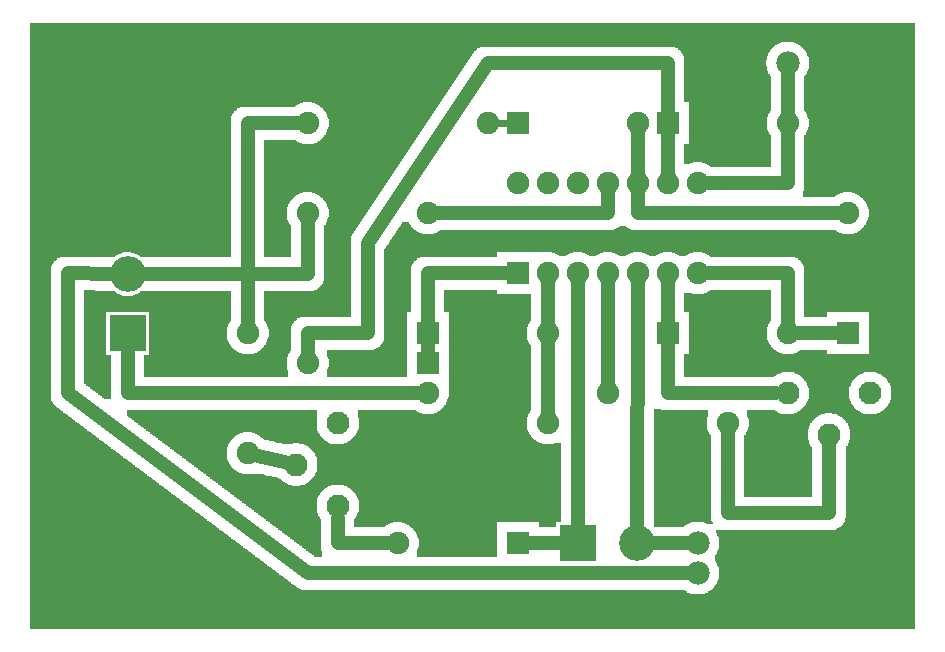
<source format=gbl>
G04 MADE WITH FRITZING*
G04 WWW.FRITZING.ORG*
G04 DOUBLE SIDED*
G04 HOLES PLATED*
G04 CONTOUR ON CENTER OF CONTOUR VECTOR*
%ASAXBY*%
%FSLAX23Y23*%
%MOIN*%
%OFA0B0*%
%SFA1.0B1.0*%
%ADD10C,0.075000*%
%ADD11C,0.076772*%
%ADD12C,0.118740*%
%ADD13C,0.078000*%
%ADD14R,0.075000X0.075000*%
%ADD15R,0.118740X0.118740*%
%ADD16C,0.048000*%
%ADD17C,0.024000*%
%LNCOPPER0*%
G90*
G70*
G54D10*
X2192Y699D03*
X2697Y1984D03*
X1488Y1095D03*
X1670Y1227D03*
X1670Y1527D03*
X1770Y1227D03*
X1770Y1527D03*
X1870Y1227D03*
X1870Y1527D03*
X1970Y1227D03*
X1970Y1527D03*
X2070Y1227D03*
X2070Y1527D03*
X2170Y1227D03*
X2170Y1527D03*
X2270Y1227D03*
X2270Y1527D03*
G54D11*
X1070Y452D03*
X1070Y727D03*
X932Y589D03*
X2846Y827D03*
X2570Y827D03*
X2708Y689D03*
G54D10*
X2170Y1727D03*
X2570Y1727D03*
X1670Y327D03*
X1270Y327D03*
X2770Y1027D03*
X2770Y1427D03*
X2170Y1027D03*
X2570Y1027D03*
X1370Y927D03*
X970Y927D03*
X1670Y1727D03*
X2070Y1727D03*
X1370Y1027D03*
X1770Y1027D03*
G54D12*
X1870Y327D03*
X2067Y327D03*
X370Y1027D03*
X370Y1224D03*
G54D13*
X2570Y1927D03*
G54D10*
X770Y627D03*
X770Y1027D03*
X970Y1427D03*
X1370Y1427D03*
X970Y1727D03*
X1570Y1727D03*
X1370Y827D03*
X1970Y827D03*
X1770Y727D03*
X2370Y727D03*
G54D13*
X2270Y327D03*
X2270Y227D03*
G54D14*
X1670Y1227D03*
X2170Y1727D03*
X1670Y327D03*
X2770Y1027D03*
X2170Y1027D03*
X1370Y927D03*
X1670Y1727D03*
X1370Y1027D03*
G54D15*
X1870Y327D03*
X370Y1027D03*
G54D16*
X1770Y1191D02*
X1770Y1063D01*
D02*
X1370Y1227D02*
X1634Y1227D01*
D02*
X1370Y1063D02*
X1370Y1227D01*
D02*
X2170Y1063D02*
X2170Y1191D01*
D02*
X2570Y1227D02*
X2306Y1227D01*
D02*
X2570Y1063D02*
X2570Y1227D01*
D02*
X2170Y1691D02*
X2170Y1563D01*
D02*
X2570Y1527D02*
X2306Y1527D01*
D02*
X2570Y1691D02*
X2570Y1527D01*
D02*
X2606Y1027D02*
X2734Y1027D01*
D02*
X2070Y1427D02*
X2734Y1427D01*
D02*
X2070Y1491D02*
X2070Y1427D01*
D02*
X2070Y1691D02*
X2070Y1563D01*
D02*
X1170Y1027D02*
X1170Y1327D01*
D02*
X1170Y1327D02*
X1570Y1927D01*
D02*
X1570Y1927D02*
X2170Y1927D01*
D02*
X2170Y1927D02*
X2170Y1763D01*
D02*
X970Y1027D02*
X1170Y1027D01*
D02*
X970Y963D02*
X970Y1027D01*
D02*
X1870Y374D02*
X1870Y1191D01*
D02*
X2067Y374D02*
X2070Y1191D01*
D02*
X1823Y327D02*
X1706Y327D01*
D02*
X1070Y327D02*
X1234Y327D01*
D02*
X1070Y413D02*
X1070Y327D01*
D02*
X370Y980D02*
X370Y827D01*
D02*
X2170Y827D02*
X2532Y827D01*
D02*
X2170Y991D02*
X2170Y827D01*
D02*
X2570Y1763D02*
X2570Y1890D01*
D02*
X770Y1224D02*
X417Y1224D01*
D02*
X1970Y1427D02*
X1370Y1427D01*
D02*
X1970Y1491D02*
X1970Y1427D01*
G54D17*
D02*
X1645Y1727D02*
X1595Y1727D01*
G54D16*
D02*
X770Y1727D02*
X934Y1727D01*
D02*
X770Y1224D02*
X770Y1727D01*
D02*
X2370Y427D02*
X2370Y691D01*
D02*
X2708Y427D02*
X2370Y427D01*
D02*
X2708Y651D02*
X2708Y427D01*
D02*
X1970Y1191D02*
X1970Y863D01*
D02*
X1170Y827D02*
X1334Y827D01*
D02*
X370Y827D02*
X1170Y827D01*
D02*
X2233Y327D02*
X2114Y327D01*
D02*
X805Y619D02*
X895Y598D01*
D02*
X770Y1224D02*
X770Y1063D01*
D02*
X170Y827D02*
X970Y227D01*
D02*
X970Y227D02*
X2233Y227D01*
D02*
X170Y1227D02*
X170Y827D01*
D02*
X323Y1225D02*
X170Y1227D01*
D02*
X1370Y991D02*
X1370Y963D01*
D02*
X1770Y763D02*
X1770Y991D01*
D02*
X970Y1224D02*
X970Y1391D01*
D02*
X770Y1224D02*
X970Y1224D01*
G36*
X2124Y775D02*
X2124Y399D01*
X2284Y399D01*
X2284Y397D01*
X2292Y397D01*
X2292Y395D01*
X2298Y395D01*
X2298Y393D01*
X2320Y393D01*
X2320Y399D01*
X2318Y399D01*
X2318Y403D01*
X2316Y403D01*
X2316Y411D01*
X2314Y411D01*
X2314Y687D01*
X2312Y687D01*
X2312Y689D01*
X2310Y689D01*
X2310Y693D01*
X2308Y693D01*
X2308Y697D01*
X2306Y697D01*
X2306Y701D01*
X2304Y701D01*
X2304Y705D01*
X2302Y705D01*
X2302Y713D01*
X2300Y713D01*
X2300Y741D01*
X2302Y741D01*
X2302Y749D01*
X2304Y749D01*
X2304Y771D01*
X2156Y771D01*
X2156Y773D01*
X2148Y773D01*
X2148Y775D01*
X2124Y775D01*
G37*
D02*
G36*
X2124Y399D02*
X2124Y383D01*
X2226Y383D01*
X2226Y385D01*
X2228Y385D01*
X2228Y387D01*
X2232Y387D01*
X2232Y389D01*
X2234Y389D01*
X2234Y391D01*
X2238Y391D01*
X2238Y393D01*
X2242Y393D01*
X2242Y395D01*
X2248Y395D01*
X2248Y397D01*
X2256Y397D01*
X2256Y399D01*
X2124Y399D01*
G37*
D02*
G36*
X44Y2063D02*
X44Y1999D01*
X2584Y1999D01*
X2584Y1997D01*
X2592Y1997D01*
X2592Y1995D01*
X2598Y1995D01*
X2598Y1993D01*
X2602Y1993D01*
X2602Y1991D01*
X2606Y1991D01*
X2606Y1989D01*
X2608Y1989D01*
X2608Y1987D01*
X2612Y1987D01*
X2612Y1985D01*
X2614Y1985D01*
X2614Y1983D01*
X2616Y1983D01*
X2616Y1981D01*
X2618Y1981D01*
X2618Y1979D01*
X2620Y1979D01*
X2620Y1977D01*
X2622Y1977D01*
X2622Y1975D01*
X2624Y1975D01*
X2624Y1973D01*
X2626Y1973D01*
X2626Y1971D01*
X2628Y1971D01*
X2628Y1967D01*
X2630Y1967D01*
X2630Y1965D01*
X2632Y1965D01*
X2632Y1961D01*
X2634Y1961D01*
X2634Y1957D01*
X2636Y1957D01*
X2636Y1953D01*
X2638Y1953D01*
X2638Y1947D01*
X2640Y1947D01*
X2640Y1907D01*
X2638Y1907D01*
X2638Y1901D01*
X2636Y1901D01*
X2636Y1897D01*
X2634Y1897D01*
X2634Y1893D01*
X2632Y1893D01*
X2632Y1891D01*
X2630Y1891D01*
X2630Y1887D01*
X2628Y1887D01*
X2628Y1885D01*
X2626Y1885D01*
X2626Y1769D01*
X2628Y1769D01*
X2628Y1765D01*
X2630Y1765D01*
X2630Y1763D01*
X2632Y1763D01*
X2632Y1759D01*
X2634Y1759D01*
X2634Y1755D01*
X2636Y1755D01*
X2636Y1749D01*
X2638Y1749D01*
X2638Y1741D01*
X2640Y1741D01*
X2640Y1715D01*
X2638Y1715D01*
X2638Y1705D01*
X2636Y1705D01*
X2636Y1701D01*
X2634Y1701D01*
X2634Y1697D01*
X2632Y1697D01*
X2632Y1693D01*
X2630Y1693D01*
X2630Y1689D01*
X2628Y1689D01*
X2628Y1687D01*
X2626Y1687D01*
X2626Y1511D01*
X2624Y1511D01*
X2624Y1503D01*
X2622Y1503D01*
X2622Y1497D01*
X2786Y1497D01*
X2786Y1495D01*
X2794Y1495D01*
X2794Y1493D01*
X2798Y1493D01*
X2798Y1491D01*
X2802Y1491D01*
X2802Y1489D01*
X2806Y1489D01*
X2806Y1487D01*
X2808Y1487D01*
X2808Y1485D01*
X2812Y1485D01*
X2812Y1483D01*
X2814Y1483D01*
X2814Y1481D01*
X2816Y1481D01*
X2816Y1479D01*
X2818Y1479D01*
X2818Y1477D01*
X2820Y1477D01*
X2820Y1475D01*
X2822Y1475D01*
X2822Y1473D01*
X2824Y1473D01*
X2824Y1471D01*
X2826Y1471D01*
X2826Y1469D01*
X2828Y1469D01*
X2828Y1465D01*
X2830Y1465D01*
X2830Y1463D01*
X2832Y1463D01*
X2832Y1459D01*
X2834Y1459D01*
X2834Y1455D01*
X2836Y1455D01*
X2836Y1449D01*
X2838Y1449D01*
X2838Y1441D01*
X2840Y1441D01*
X2840Y1415D01*
X2838Y1415D01*
X2838Y1405D01*
X2836Y1405D01*
X2836Y1401D01*
X2834Y1401D01*
X2834Y1397D01*
X2832Y1397D01*
X2832Y1393D01*
X2830Y1393D01*
X2830Y1389D01*
X2828Y1389D01*
X2828Y1387D01*
X2826Y1387D01*
X2826Y1385D01*
X2824Y1385D01*
X2824Y1383D01*
X2822Y1383D01*
X2822Y1379D01*
X2820Y1379D01*
X2820Y1377D01*
X2818Y1377D01*
X2818Y1375D01*
X2814Y1375D01*
X2814Y1373D01*
X2812Y1373D01*
X2812Y1371D01*
X2810Y1371D01*
X2810Y1369D01*
X2806Y1369D01*
X2806Y1367D01*
X2804Y1367D01*
X2804Y1365D01*
X2800Y1365D01*
X2800Y1363D01*
X2796Y1363D01*
X2796Y1361D01*
X2790Y1361D01*
X2790Y1359D01*
X2996Y1359D01*
X2996Y2063D01*
X44Y2063D01*
G37*
D02*
G36*
X44Y1999D02*
X44Y1983D01*
X2190Y1983D01*
X2190Y1981D01*
X2196Y1981D01*
X2196Y1979D01*
X2200Y1979D01*
X2200Y1977D01*
X2204Y1977D01*
X2204Y1975D01*
X2206Y1975D01*
X2206Y1973D01*
X2208Y1973D01*
X2208Y1971D01*
X2210Y1971D01*
X2210Y1969D01*
X2212Y1969D01*
X2212Y1967D01*
X2214Y1967D01*
X2214Y1965D01*
X2216Y1965D01*
X2216Y1963D01*
X2218Y1963D01*
X2218Y1959D01*
X2220Y1959D01*
X2220Y1957D01*
X2222Y1957D01*
X2222Y1951D01*
X2224Y1951D01*
X2224Y1945D01*
X2226Y1945D01*
X2226Y1797D01*
X2240Y1797D01*
X2240Y1659D01*
X2226Y1659D01*
X2226Y1597D01*
X2286Y1597D01*
X2286Y1595D01*
X2294Y1595D01*
X2294Y1593D01*
X2298Y1593D01*
X2298Y1591D01*
X2302Y1591D01*
X2302Y1589D01*
X2306Y1589D01*
X2306Y1587D01*
X2308Y1587D01*
X2308Y1585D01*
X2312Y1585D01*
X2312Y1583D01*
X2514Y1583D01*
X2514Y1687D01*
X2512Y1687D01*
X2512Y1689D01*
X2510Y1689D01*
X2510Y1693D01*
X2508Y1693D01*
X2508Y1697D01*
X2506Y1697D01*
X2506Y1701D01*
X2504Y1701D01*
X2504Y1705D01*
X2502Y1705D01*
X2502Y1713D01*
X2500Y1713D01*
X2500Y1741D01*
X2502Y1741D01*
X2502Y1749D01*
X2504Y1749D01*
X2504Y1755D01*
X2506Y1755D01*
X2506Y1759D01*
X2508Y1759D01*
X2508Y1763D01*
X2510Y1763D01*
X2510Y1765D01*
X2512Y1765D01*
X2512Y1769D01*
X2514Y1769D01*
X2514Y1885D01*
X2512Y1885D01*
X2512Y1887D01*
X2510Y1887D01*
X2510Y1891D01*
X2508Y1891D01*
X2508Y1893D01*
X2506Y1893D01*
X2506Y1897D01*
X2504Y1897D01*
X2504Y1901D01*
X2502Y1901D01*
X2502Y1907D01*
X2500Y1907D01*
X2500Y1919D01*
X2498Y1919D01*
X2498Y1937D01*
X2500Y1937D01*
X2500Y1949D01*
X2502Y1949D01*
X2502Y1953D01*
X2504Y1953D01*
X2504Y1959D01*
X2506Y1959D01*
X2506Y1961D01*
X2508Y1961D01*
X2508Y1965D01*
X2510Y1965D01*
X2510Y1969D01*
X2512Y1969D01*
X2512Y1971D01*
X2514Y1971D01*
X2514Y1973D01*
X2516Y1973D01*
X2516Y1975D01*
X2518Y1975D01*
X2518Y1977D01*
X2520Y1977D01*
X2520Y1979D01*
X2522Y1979D01*
X2522Y1981D01*
X2524Y1981D01*
X2524Y1983D01*
X2526Y1983D01*
X2526Y1985D01*
X2528Y1985D01*
X2528Y1987D01*
X2532Y1987D01*
X2532Y1989D01*
X2534Y1989D01*
X2534Y1991D01*
X2538Y1991D01*
X2538Y1993D01*
X2542Y1993D01*
X2542Y1995D01*
X2548Y1995D01*
X2548Y1997D01*
X2556Y1997D01*
X2556Y1999D01*
X44Y1999D01*
G37*
D02*
G36*
X44Y1983D02*
X44Y1797D01*
X986Y1797D01*
X986Y1795D01*
X994Y1795D01*
X994Y1793D01*
X998Y1793D01*
X998Y1791D01*
X1002Y1791D01*
X1002Y1789D01*
X1006Y1789D01*
X1006Y1787D01*
X1008Y1787D01*
X1008Y1785D01*
X1012Y1785D01*
X1012Y1783D01*
X1014Y1783D01*
X1014Y1781D01*
X1016Y1781D01*
X1016Y1779D01*
X1018Y1779D01*
X1018Y1777D01*
X1020Y1777D01*
X1020Y1775D01*
X1022Y1775D01*
X1022Y1773D01*
X1024Y1773D01*
X1024Y1771D01*
X1026Y1771D01*
X1026Y1769D01*
X1028Y1769D01*
X1028Y1765D01*
X1030Y1765D01*
X1030Y1763D01*
X1032Y1763D01*
X1032Y1759D01*
X1034Y1759D01*
X1034Y1755D01*
X1036Y1755D01*
X1036Y1749D01*
X1038Y1749D01*
X1038Y1741D01*
X1040Y1741D01*
X1040Y1715D01*
X1038Y1715D01*
X1038Y1707D01*
X1036Y1707D01*
X1036Y1701D01*
X1034Y1701D01*
X1034Y1697D01*
X1032Y1697D01*
X1032Y1693D01*
X1030Y1693D01*
X1030Y1689D01*
X1028Y1689D01*
X1028Y1687D01*
X1026Y1687D01*
X1026Y1685D01*
X1024Y1685D01*
X1024Y1683D01*
X1022Y1683D01*
X1022Y1679D01*
X1020Y1679D01*
X1020Y1677D01*
X1018Y1677D01*
X1018Y1675D01*
X1014Y1675D01*
X1014Y1673D01*
X1012Y1673D01*
X1012Y1671D01*
X1010Y1671D01*
X1010Y1669D01*
X1006Y1669D01*
X1006Y1667D01*
X1004Y1667D01*
X1004Y1665D01*
X1000Y1665D01*
X1000Y1663D01*
X996Y1663D01*
X996Y1661D01*
X990Y1661D01*
X990Y1659D01*
X1322Y1659D01*
X1322Y1663D01*
X1324Y1663D01*
X1324Y1665D01*
X1326Y1665D01*
X1326Y1669D01*
X1328Y1669D01*
X1328Y1671D01*
X1330Y1671D01*
X1330Y1675D01*
X1332Y1675D01*
X1332Y1677D01*
X1334Y1677D01*
X1334Y1681D01*
X1336Y1681D01*
X1336Y1683D01*
X1338Y1683D01*
X1338Y1687D01*
X1340Y1687D01*
X1340Y1689D01*
X1342Y1689D01*
X1342Y1693D01*
X1344Y1693D01*
X1344Y1695D01*
X1346Y1695D01*
X1346Y1699D01*
X1348Y1699D01*
X1348Y1701D01*
X1350Y1701D01*
X1350Y1705D01*
X1352Y1705D01*
X1352Y1707D01*
X1354Y1707D01*
X1354Y1711D01*
X1356Y1711D01*
X1356Y1713D01*
X1358Y1713D01*
X1358Y1717D01*
X1360Y1717D01*
X1360Y1719D01*
X1362Y1719D01*
X1362Y1723D01*
X1364Y1723D01*
X1364Y1725D01*
X1366Y1725D01*
X1366Y1729D01*
X1368Y1729D01*
X1368Y1731D01*
X1370Y1731D01*
X1370Y1735D01*
X1372Y1735D01*
X1372Y1737D01*
X1374Y1737D01*
X1374Y1741D01*
X1376Y1741D01*
X1376Y1743D01*
X1378Y1743D01*
X1378Y1747D01*
X1380Y1747D01*
X1380Y1749D01*
X1382Y1749D01*
X1382Y1753D01*
X1384Y1753D01*
X1384Y1755D01*
X1386Y1755D01*
X1386Y1759D01*
X1388Y1759D01*
X1388Y1761D01*
X1390Y1761D01*
X1390Y1765D01*
X1392Y1765D01*
X1392Y1767D01*
X1394Y1767D01*
X1394Y1771D01*
X1396Y1771D01*
X1396Y1773D01*
X1398Y1773D01*
X1398Y1777D01*
X1400Y1777D01*
X1400Y1779D01*
X1402Y1779D01*
X1402Y1783D01*
X1404Y1783D01*
X1404Y1785D01*
X1406Y1785D01*
X1406Y1789D01*
X1408Y1789D01*
X1408Y1791D01*
X1410Y1791D01*
X1410Y1795D01*
X1412Y1795D01*
X1412Y1797D01*
X1414Y1797D01*
X1414Y1801D01*
X1416Y1801D01*
X1416Y1803D01*
X1418Y1803D01*
X1418Y1807D01*
X1420Y1807D01*
X1420Y1809D01*
X1422Y1809D01*
X1422Y1813D01*
X1424Y1813D01*
X1424Y1815D01*
X1426Y1815D01*
X1426Y1819D01*
X1428Y1819D01*
X1428Y1821D01*
X1430Y1821D01*
X1430Y1825D01*
X1432Y1825D01*
X1432Y1827D01*
X1434Y1827D01*
X1434Y1831D01*
X1436Y1831D01*
X1436Y1833D01*
X1438Y1833D01*
X1438Y1837D01*
X1440Y1837D01*
X1440Y1839D01*
X1442Y1839D01*
X1442Y1843D01*
X1444Y1843D01*
X1444Y1845D01*
X1446Y1845D01*
X1446Y1849D01*
X1448Y1849D01*
X1448Y1851D01*
X1450Y1851D01*
X1450Y1855D01*
X1452Y1855D01*
X1452Y1857D01*
X1454Y1857D01*
X1454Y1861D01*
X1456Y1861D01*
X1456Y1863D01*
X1458Y1863D01*
X1458Y1867D01*
X1460Y1867D01*
X1460Y1869D01*
X1462Y1869D01*
X1462Y1873D01*
X1464Y1873D01*
X1464Y1875D01*
X1466Y1875D01*
X1466Y1879D01*
X1468Y1879D01*
X1468Y1881D01*
X1470Y1881D01*
X1470Y1885D01*
X1472Y1885D01*
X1472Y1887D01*
X1474Y1887D01*
X1474Y1891D01*
X1476Y1891D01*
X1476Y1893D01*
X1478Y1893D01*
X1478Y1897D01*
X1480Y1897D01*
X1480Y1899D01*
X1482Y1899D01*
X1482Y1903D01*
X1484Y1903D01*
X1484Y1905D01*
X1486Y1905D01*
X1486Y1909D01*
X1488Y1909D01*
X1488Y1911D01*
X1490Y1911D01*
X1490Y1915D01*
X1492Y1915D01*
X1492Y1917D01*
X1494Y1917D01*
X1494Y1921D01*
X1496Y1921D01*
X1496Y1923D01*
X1498Y1923D01*
X1498Y1927D01*
X1500Y1927D01*
X1500Y1929D01*
X1502Y1929D01*
X1502Y1933D01*
X1504Y1933D01*
X1504Y1935D01*
X1506Y1935D01*
X1506Y1939D01*
X1508Y1939D01*
X1508Y1941D01*
X1510Y1941D01*
X1510Y1945D01*
X1512Y1945D01*
X1512Y1947D01*
X1514Y1947D01*
X1514Y1951D01*
X1516Y1951D01*
X1516Y1953D01*
X1518Y1953D01*
X1518Y1957D01*
X1520Y1957D01*
X1520Y1959D01*
X1522Y1959D01*
X1522Y1963D01*
X1524Y1963D01*
X1524Y1965D01*
X1526Y1965D01*
X1526Y1967D01*
X1528Y1967D01*
X1528Y1969D01*
X1530Y1969D01*
X1530Y1971D01*
X1532Y1971D01*
X1532Y1973D01*
X1534Y1973D01*
X1534Y1975D01*
X1536Y1975D01*
X1536Y1977D01*
X1540Y1977D01*
X1540Y1979D01*
X1544Y1979D01*
X1544Y1981D01*
X1550Y1981D01*
X1550Y1983D01*
X44Y1983D01*
G37*
D02*
G36*
X44Y1797D02*
X44Y1297D01*
X382Y1297D01*
X382Y1295D01*
X392Y1295D01*
X392Y1293D01*
X398Y1293D01*
X398Y1291D01*
X402Y1291D01*
X402Y1289D01*
X406Y1289D01*
X406Y1287D01*
X408Y1287D01*
X408Y1285D01*
X412Y1285D01*
X412Y1283D01*
X414Y1283D01*
X414Y1281D01*
X714Y1281D01*
X714Y1745D01*
X716Y1745D01*
X716Y1751D01*
X718Y1751D01*
X718Y1757D01*
X720Y1757D01*
X720Y1759D01*
X722Y1759D01*
X722Y1763D01*
X724Y1763D01*
X724Y1765D01*
X726Y1765D01*
X726Y1767D01*
X728Y1767D01*
X728Y1769D01*
X730Y1769D01*
X730Y1771D01*
X732Y1771D01*
X732Y1773D01*
X734Y1773D01*
X734Y1775D01*
X736Y1775D01*
X736Y1777D01*
X740Y1777D01*
X740Y1779D01*
X744Y1779D01*
X744Y1781D01*
X750Y1781D01*
X750Y1783D01*
X928Y1783D01*
X928Y1785D01*
X932Y1785D01*
X932Y1787D01*
X934Y1787D01*
X934Y1789D01*
X938Y1789D01*
X938Y1791D01*
X942Y1791D01*
X942Y1793D01*
X946Y1793D01*
X946Y1795D01*
X954Y1795D01*
X954Y1797D01*
X44Y1797D01*
G37*
D02*
G36*
X826Y1671D02*
X826Y1659D01*
X950Y1659D01*
X950Y1661D01*
X944Y1661D01*
X944Y1663D01*
X940Y1663D01*
X940Y1665D01*
X936Y1665D01*
X936Y1667D01*
X934Y1667D01*
X934Y1669D01*
X930Y1669D01*
X930Y1671D01*
X826Y1671D01*
G37*
D02*
G36*
X826Y1659D02*
X826Y1657D01*
X1320Y1657D01*
X1320Y1659D01*
X826Y1659D01*
G37*
D02*
G36*
X826Y1659D02*
X826Y1657D01*
X1320Y1657D01*
X1320Y1659D01*
X826Y1659D01*
G37*
D02*
G36*
X826Y1657D02*
X826Y1497D01*
X986Y1497D01*
X986Y1495D01*
X994Y1495D01*
X994Y1493D01*
X998Y1493D01*
X998Y1491D01*
X1002Y1491D01*
X1002Y1489D01*
X1006Y1489D01*
X1006Y1487D01*
X1008Y1487D01*
X1008Y1485D01*
X1012Y1485D01*
X1012Y1483D01*
X1014Y1483D01*
X1014Y1481D01*
X1016Y1481D01*
X1016Y1479D01*
X1018Y1479D01*
X1018Y1477D01*
X1020Y1477D01*
X1020Y1475D01*
X1022Y1475D01*
X1022Y1473D01*
X1024Y1473D01*
X1024Y1471D01*
X1026Y1471D01*
X1026Y1469D01*
X1028Y1469D01*
X1028Y1465D01*
X1030Y1465D01*
X1030Y1463D01*
X1032Y1463D01*
X1032Y1459D01*
X1034Y1459D01*
X1034Y1455D01*
X1036Y1455D01*
X1036Y1449D01*
X1038Y1449D01*
X1038Y1441D01*
X1040Y1441D01*
X1040Y1415D01*
X1038Y1415D01*
X1038Y1407D01*
X1036Y1407D01*
X1036Y1401D01*
X1034Y1401D01*
X1034Y1397D01*
X1032Y1397D01*
X1032Y1393D01*
X1030Y1393D01*
X1030Y1389D01*
X1028Y1389D01*
X1028Y1387D01*
X1026Y1387D01*
X1026Y1207D01*
X1024Y1207D01*
X1024Y1201D01*
X1022Y1201D01*
X1022Y1195D01*
X1020Y1195D01*
X1020Y1193D01*
X1018Y1193D01*
X1018Y1189D01*
X1016Y1189D01*
X1016Y1187D01*
X1014Y1187D01*
X1014Y1185D01*
X1012Y1185D01*
X1012Y1183D01*
X1010Y1183D01*
X1010Y1181D01*
X1008Y1181D01*
X1008Y1179D01*
X1006Y1179D01*
X1006Y1177D01*
X1004Y1177D01*
X1004Y1175D01*
X1000Y1175D01*
X1000Y1173D01*
X996Y1173D01*
X996Y1171D01*
X990Y1171D01*
X990Y1169D01*
X826Y1169D01*
X826Y1069D01*
X828Y1069D01*
X828Y1065D01*
X830Y1065D01*
X830Y1063D01*
X832Y1063D01*
X832Y1059D01*
X834Y1059D01*
X834Y1055D01*
X836Y1055D01*
X836Y1049D01*
X838Y1049D01*
X838Y1041D01*
X840Y1041D01*
X840Y1015D01*
X838Y1015D01*
X838Y1007D01*
X836Y1007D01*
X836Y1001D01*
X834Y1001D01*
X834Y997D01*
X832Y997D01*
X832Y993D01*
X830Y993D01*
X830Y989D01*
X828Y989D01*
X828Y987D01*
X826Y987D01*
X826Y985D01*
X824Y985D01*
X824Y983D01*
X822Y983D01*
X822Y979D01*
X820Y979D01*
X820Y977D01*
X818Y977D01*
X818Y975D01*
X814Y975D01*
X814Y973D01*
X812Y973D01*
X812Y971D01*
X810Y971D01*
X810Y969D01*
X806Y969D01*
X806Y967D01*
X804Y967D01*
X804Y965D01*
X800Y965D01*
X800Y963D01*
X796Y963D01*
X796Y961D01*
X790Y961D01*
X790Y959D01*
X908Y959D01*
X908Y963D01*
X910Y963D01*
X910Y965D01*
X912Y965D01*
X912Y969D01*
X914Y969D01*
X914Y1045D01*
X916Y1045D01*
X916Y1051D01*
X918Y1051D01*
X918Y1057D01*
X920Y1057D01*
X920Y1059D01*
X922Y1059D01*
X922Y1063D01*
X924Y1063D01*
X924Y1065D01*
X926Y1065D01*
X926Y1067D01*
X928Y1067D01*
X928Y1069D01*
X930Y1069D01*
X930Y1071D01*
X932Y1071D01*
X932Y1073D01*
X934Y1073D01*
X934Y1075D01*
X936Y1075D01*
X936Y1077D01*
X940Y1077D01*
X940Y1079D01*
X944Y1079D01*
X944Y1081D01*
X950Y1081D01*
X950Y1083D01*
X1114Y1083D01*
X1114Y1345D01*
X1116Y1345D01*
X1116Y1351D01*
X1118Y1351D01*
X1118Y1357D01*
X1120Y1357D01*
X1120Y1359D01*
X1122Y1359D01*
X1122Y1363D01*
X1124Y1363D01*
X1124Y1365D01*
X1126Y1365D01*
X1126Y1369D01*
X1128Y1369D01*
X1128Y1371D01*
X1130Y1371D01*
X1130Y1375D01*
X1132Y1375D01*
X1132Y1377D01*
X1134Y1377D01*
X1134Y1381D01*
X1136Y1381D01*
X1136Y1383D01*
X1138Y1383D01*
X1138Y1387D01*
X1140Y1387D01*
X1140Y1389D01*
X1142Y1389D01*
X1142Y1393D01*
X1144Y1393D01*
X1144Y1395D01*
X1146Y1395D01*
X1146Y1399D01*
X1148Y1399D01*
X1148Y1401D01*
X1150Y1401D01*
X1150Y1405D01*
X1152Y1405D01*
X1152Y1407D01*
X1154Y1407D01*
X1154Y1411D01*
X1156Y1411D01*
X1156Y1413D01*
X1158Y1413D01*
X1158Y1417D01*
X1160Y1417D01*
X1160Y1419D01*
X1162Y1419D01*
X1162Y1423D01*
X1164Y1423D01*
X1164Y1425D01*
X1166Y1425D01*
X1166Y1429D01*
X1168Y1429D01*
X1168Y1431D01*
X1170Y1431D01*
X1170Y1435D01*
X1172Y1435D01*
X1172Y1437D01*
X1174Y1437D01*
X1174Y1441D01*
X1176Y1441D01*
X1176Y1443D01*
X1178Y1443D01*
X1178Y1447D01*
X1180Y1447D01*
X1180Y1449D01*
X1182Y1449D01*
X1182Y1453D01*
X1184Y1453D01*
X1184Y1455D01*
X1186Y1455D01*
X1186Y1459D01*
X1188Y1459D01*
X1188Y1461D01*
X1190Y1461D01*
X1190Y1465D01*
X1192Y1465D01*
X1192Y1467D01*
X1194Y1467D01*
X1194Y1471D01*
X1196Y1471D01*
X1196Y1473D01*
X1198Y1473D01*
X1198Y1477D01*
X1200Y1477D01*
X1200Y1479D01*
X1202Y1479D01*
X1202Y1483D01*
X1204Y1483D01*
X1204Y1485D01*
X1206Y1485D01*
X1206Y1489D01*
X1208Y1489D01*
X1208Y1491D01*
X1210Y1491D01*
X1210Y1495D01*
X1212Y1495D01*
X1212Y1497D01*
X1214Y1497D01*
X1214Y1501D01*
X1216Y1501D01*
X1216Y1503D01*
X1218Y1503D01*
X1218Y1507D01*
X1220Y1507D01*
X1220Y1509D01*
X1222Y1509D01*
X1222Y1513D01*
X1224Y1513D01*
X1224Y1515D01*
X1226Y1515D01*
X1226Y1519D01*
X1228Y1519D01*
X1228Y1521D01*
X1230Y1521D01*
X1230Y1525D01*
X1232Y1525D01*
X1232Y1527D01*
X1234Y1527D01*
X1234Y1531D01*
X1236Y1531D01*
X1236Y1533D01*
X1238Y1533D01*
X1238Y1537D01*
X1240Y1537D01*
X1240Y1539D01*
X1242Y1539D01*
X1242Y1543D01*
X1244Y1543D01*
X1244Y1545D01*
X1246Y1545D01*
X1246Y1549D01*
X1248Y1549D01*
X1248Y1551D01*
X1250Y1551D01*
X1250Y1555D01*
X1252Y1555D01*
X1252Y1557D01*
X1254Y1557D01*
X1254Y1561D01*
X1256Y1561D01*
X1256Y1563D01*
X1258Y1563D01*
X1258Y1567D01*
X1260Y1567D01*
X1260Y1569D01*
X1262Y1569D01*
X1262Y1573D01*
X1264Y1573D01*
X1264Y1575D01*
X1266Y1575D01*
X1266Y1579D01*
X1268Y1579D01*
X1268Y1581D01*
X1270Y1581D01*
X1270Y1585D01*
X1272Y1585D01*
X1272Y1587D01*
X1274Y1587D01*
X1274Y1591D01*
X1276Y1591D01*
X1276Y1593D01*
X1278Y1593D01*
X1278Y1597D01*
X1280Y1597D01*
X1280Y1599D01*
X1282Y1599D01*
X1282Y1603D01*
X1284Y1603D01*
X1284Y1605D01*
X1286Y1605D01*
X1286Y1609D01*
X1288Y1609D01*
X1288Y1611D01*
X1290Y1611D01*
X1290Y1615D01*
X1292Y1615D01*
X1292Y1617D01*
X1294Y1617D01*
X1294Y1621D01*
X1296Y1621D01*
X1296Y1623D01*
X1298Y1623D01*
X1298Y1627D01*
X1300Y1627D01*
X1300Y1629D01*
X1302Y1629D01*
X1302Y1633D01*
X1304Y1633D01*
X1304Y1635D01*
X1306Y1635D01*
X1306Y1639D01*
X1308Y1639D01*
X1308Y1641D01*
X1310Y1641D01*
X1310Y1645D01*
X1312Y1645D01*
X1312Y1647D01*
X1314Y1647D01*
X1314Y1651D01*
X1316Y1651D01*
X1316Y1653D01*
X1318Y1653D01*
X1318Y1657D01*
X826Y1657D01*
G37*
D02*
G36*
X2226Y1597D02*
X2226Y1593D01*
X2246Y1593D01*
X2246Y1595D01*
X2254Y1595D01*
X2254Y1597D01*
X2226Y1597D01*
G37*
D02*
G36*
X826Y1497D02*
X826Y1281D01*
X914Y1281D01*
X914Y1387D01*
X912Y1387D01*
X912Y1389D01*
X910Y1389D01*
X910Y1393D01*
X908Y1393D01*
X908Y1397D01*
X906Y1397D01*
X906Y1401D01*
X904Y1401D01*
X904Y1405D01*
X902Y1405D01*
X902Y1413D01*
X900Y1413D01*
X900Y1441D01*
X902Y1441D01*
X902Y1449D01*
X904Y1449D01*
X904Y1455D01*
X906Y1455D01*
X906Y1459D01*
X908Y1459D01*
X908Y1463D01*
X910Y1463D01*
X910Y1465D01*
X912Y1465D01*
X912Y1469D01*
X914Y1469D01*
X914Y1471D01*
X916Y1471D01*
X916Y1473D01*
X918Y1473D01*
X918Y1475D01*
X920Y1475D01*
X920Y1477D01*
X922Y1477D01*
X922Y1479D01*
X924Y1479D01*
X924Y1481D01*
X926Y1481D01*
X926Y1483D01*
X928Y1483D01*
X928Y1485D01*
X932Y1485D01*
X932Y1487D01*
X934Y1487D01*
X934Y1489D01*
X938Y1489D01*
X938Y1491D01*
X942Y1491D01*
X942Y1493D01*
X946Y1493D01*
X946Y1495D01*
X954Y1495D01*
X954Y1497D01*
X826Y1497D01*
G37*
D02*
G36*
X2622Y1497D02*
X2622Y1483D01*
X2728Y1483D01*
X2728Y1485D01*
X2732Y1485D01*
X2732Y1487D01*
X2734Y1487D01*
X2734Y1489D01*
X2738Y1489D01*
X2738Y1491D01*
X2742Y1491D01*
X2742Y1493D01*
X2746Y1493D01*
X2746Y1495D01*
X2754Y1495D01*
X2754Y1497D01*
X2622Y1497D01*
G37*
D02*
G36*
X1286Y1397D02*
X1286Y1395D01*
X1284Y1395D01*
X1284Y1391D01*
X1282Y1391D01*
X1282Y1389D01*
X1280Y1389D01*
X1280Y1385D01*
X1278Y1385D01*
X1278Y1383D01*
X1276Y1383D01*
X1276Y1379D01*
X1274Y1379D01*
X1274Y1377D01*
X1272Y1377D01*
X1272Y1373D01*
X1270Y1373D01*
X1270Y1371D01*
X1268Y1371D01*
X1268Y1367D01*
X1266Y1367D01*
X1266Y1365D01*
X1264Y1365D01*
X1264Y1361D01*
X1262Y1361D01*
X1262Y1359D01*
X1350Y1359D01*
X1350Y1361D01*
X1344Y1361D01*
X1344Y1363D01*
X1340Y1363D01*
X1340Y1365D01*
X1336Y1365D01*
X1336Y1367D01*
X1334Y1367D01*
X1334Y1369D01*
X1330Y1369D01*
X1330Y1371D01*
X1328Y1371D01*
X1328Y1373D01*
X1326Y1373D01*
X1326Y1375D01*
X1322Y1375D01*
X1322Y1377D01*
X1320Y1377D01*
X1320Y1379D01*
X1318Y1379D01*
X1318Y1383D01*
X1316Y1383D01*
X1316Y1385D01*
X1314Y1385D01*
X1314Y1387D01*
X1312Y1387D01*
X1312Y1389D01*
X1310Y1389D01*
X1310Y1393D01*
X1308Y1393D01*
X1308Y1397D01*
X1286Y1397D01*
G37*
D02*
G36*
X2010Y1385D02*
X2010Y1383D01*
X2008Y1383D01*
X2008Y1381D01*
X2004Y1381D01*
X2004Y1379D01*
X2002Y1379D01*
X2002Y1377D01*
X1998Y1377D01*
X1998Y1375D01*
X1992Y1375D01*
X1992Y1373D01*
X1984Y1373D01*
X1984Y1371D01*
X1410Y1371D01*
X1410Y1369D01*
X1406Y1369D01*
X1406Y1367D01*
X1404Y1367D01*
X1404Y1365D01*
X1400Y1365D01*
X1400Y1363D01*
X1396Y1363D01*
X1396Y1361D01*
X1390Y1361D01*
X1390Y1359D01*
X2750Y1359D01*
X2750Y1361D01*
X2744Y1361D01*
X2744Y1363D01*
X2740Y1363D01*
X2740Y1365D01*
X2736Y1365D01*
X2736Y1367D01*
X2734Y1367D01*
X2734Y1369D01*
X2730Y1369D01*
X2730Y1371D01*
X2056Y1371D01*
X2056Y1373D01*
X2048Y1373D01*
X2048Y1375D01*
X2042Y1375D01*
X2042Y1377D01*
X2038Y1377D01*
X2038Y1379D01*
X2036Y1379D01*
X2036Y1381D01*
X2032Y1381D01*
X2032Y1383D01*
X2030Y1383D01*
X2030Y1385D01*
X2010Y1385D01*
G37*
D02*
G36*
X1260Y1359D02*
X1260Y1357D01*
X2996Y1357D01*
X2996Y1359D01*
X1260Y1359D01*
G37*
D02*
G36*
X1260Y1359D02*
X1260Y1357D01*
X2996Y1357D01*
X2996Y1359D01*
X1260Y1359D01*
G37*
D02*
G36*
X1260Y1359D02*
X1260Y1357D01*
X2996Y1357D01*
X2996Y1359D01*
X1260Y1359D01*
G37*
D02*
G36*
X1260Y1357D02*
X1260Y1355D01*
X1258Y1355D01*
X1258Y1353D01*
X1256Y1353D01*
X1256Y1349D01*
X1254Y1349D01*
X1254Y1347D01*
X1252Y1347D01*
X1252Y1343D01*
X1250Y1343D01*
X1250Y1341D01*
X1248Y1341D01*
X1248Y1337D01*
X1246Y1337D01*
X1246Y1335D01*
X1244Y1335D01*
X1244Y1331D01*
X1242Y1331D01*
X1242Y1329D01*
X1240Y1329D01*
X1240Y1325D01*
X1238Y1325D01*
X1238Y1323D01*
X1236Y1323D01*
X1236Y1319D01*
X1234Y1319D01*
X1234Y1317D01*
X1232Y1317D01*
X1232Y1313D01*
X1230Y1313D01*
X1230Y1311D01*
X1228Y1311D01*
X1228Y1307D01*
X1226Y1307D01*
X1226Y1297D01*
X2286Y1297D01*
X2286Y1295D01*
X2294Y1295D01*
X2294Y1293D01*
X2298Y1293D01*
X2298Y1291D01*
X2302Y1291D01*
X2302Y1289D01*
X2306Y1289D01*
X2306Y1287D01*
X2308Y1287D01*
X2308Y1285D01*
X2312Y1285D01*
X2312Y1283D01*
X2590Y1283D01*
X2590Y1281D01*
X2596Y1281D01*
X2596Y1279D01*
X2600Y1279D01*
X2600Y1277D01*
X2604Y1277D01*
X2604Y1275D01*
X2606Y1275D01*
X2606Y1273D01*
X2608Y1273D01*
X2608Y1271D01*
X2610Y1271D01*
X2610Y1269D01*
X2612Y1269D01*
X2612Y1267D01*
X2614Y1267D01*
X2614Y1265D01*
X2616Y1265D01*
X2616Y1263D01*
X2618Y1263D01*
X2618Y1259D01*
X2620Y1259D01*
X2620Y1257D01*
X2622Y1257D01*
X2622Y1251D01*
X2624Y1251D01*
X2624Y1245D01*
X2626Y1245D01*
X2626Y1097D01*
X2840Y1097D01*
X2840Y959D01*
X2996Y959D01*
X2996Y1357D01*
X1260Y1357D01*
G37*
D02*
G36*
X44Y1297D02*
X44Y1283D01*
X278Y1283D01*
X278Y1281D01*
X326Y1281D01*
X326Y1283D01*
X328Y1283D01*
X328Y1285D01*
X332Y1285D01*
X332Y1287D01*
X334Y1287D01*
X334Y1289D01*
X338Y1289D01*
X338Y1291D01*
X342Y1291D01*
X342Y1293D01*
X348Y1293D01*
X348Y1295D01*
X356Y1295D01*
X356Y1297D01*
X44Y1297D01*
G37*
D02*
G36*
X1226Y1297D02*
X1226Y1011D01*
X1224Y1011D01*
X1224Y1003D01*
X1222Y1003D01*
X1222Y999D01*
X1220Y999D01*
X1220Y995D01*
X1218Y995D01*
X1218Y993D01*
X1216Y993D01*
X1216Y989D01*
X1214Y989D01*
X1214Y987D01*
X1212Y987D01*
X1212Y985D01*
X1210Y985D01*
X1210Y983D01*
X1208Y983D01*
X1208Y981D01*
X1204Y981D01*
X1204Y979D01*
X1202Y979D01*
X1202Y977D01*
X1198Y977D01*
X1198Y975D01*
X1192Y975D01*
X1192Y973D01*
X1184Y973D01*
X1184Y971D01*
X1036Y971D01*
X1036Y949D01*
X1038Y949D01*
X1038Y941D01*
X1040Y941D01*
X1040Y915D01*
X1038Y915D01*
X1038Y907D01*
X1036Y907D01*
X1036Y883D01*
X1300Y883D01*
X1300Y1097D01*
X1314Y1097D01*
X1314Y1245D01*
X1316Y1245D01*
X1316Y1251D01*
X1318Y1251D01*
X1318Y1257D01*
X1320Y1257D01*
X1320Y1259D01*
X1322Y1259D01*
X1322Y1263D01*
X1324Y1263D01*
X1324Y1265D01*
X1326Y1265D01*
X1326Y1267D01*
X1328Y1267D01*
X1328Y1269D01*
X1330Y1269D01*
X1330Y1271D01*
X1332Y1271D01*
X1332Y1273D01*
X1334Y1273D01*
X1334Y1275D01*
X1336Y1275D01*
X1336Y1277D01*
X1340Y1277D01*
X1340Y1279D01*
X1344Y1279D01*
X1344Y1281D01*
X1350Y1281D01*
X1350Y1283D01*
X1600Y1283D01*
X1600Y1297D01*
X1226Y1297D01*
G37*
D02*
G36*
X1786Y1297D02*
X1786Y1295D01*
X1794Y1295D01*
X1794Y1293D01*
X1798Y1293D01*
X1798Y1291D01*
X1802Y1291D01*
X1802Y1289D01*
X1806Y1289D01*
X1806Y1287D01*
X1808Y1287D01*
X1808Y1285D01*
X1832Y1285D01*
X1832Y1287D01*
X1834Y1287D01*
X1834Y1289D01*
X1838Y1289D01*
X1838Y1291D01*
X1842Y1291D01*
X1842Y1293D01*
X1846Y1293D01*
X1846Y1295D01*
X1854Y1295D01*
X1854Y1297D01*
X1786Y1297D01*
G37*
D02*
G36*
X1886Y1297D02*
X1886Y1295D01*
X1894Y1295D01*
X1894Y1293D01*
X1898Y1293D01*
X1898Y1291D01*
X1902Y1291D01*
X1902Y1289D01*
X1906Y1289D01*
X1906Y1287D01*
X1908Y1287D01*
X1908Y1285D01*
X1932Y1285D01*
X1932Y1287D01*
X1934Y1287D01*
X1934Y1289D01*
X1938Y1289D01*
X1938Y1291D01*
X1942Y1291D01*
X1942Y1293D01*
X1946Y1293D01*
X1946Y1295D01*
X1954Y1295D01*
X1954Y1297D01*
X1886Y1297D01*
G37*
D02*
G36*
X1986Y1297D02*
X1986Y1295D01*
X1994Y1295D01*
X1994Y1293D01*
X1998Y1293D01*
X1998Y1291D01*
X2002Y1291D01*
X2002Y1289D01*
X2006Y1289D01*
X2006Y1287D01*
X2008Y1287D01*
X2008Y1285D01*
X2032Y1285D01*
X2032Y1287D01*
X2034Y1287D01*
X2034Y1289D01*
X2038Y1289D01*
X2038Y1291D01*
X2042Y1291D01*
X2042Y1293D01*
X2046Y1293D01*
X2046Y1295D01*
X2054Y1295D01*
X2054Y1297D01*
X1986Y1297D01*
G37*
D02*
G36*
X2086Y1297D02*
X2086Y1295D01*
X2094Y1295D01*
X2094Y1293D01*
X2098Y1293D01*
X2098Y1291D01*
X2102Y1291D01*
X2102Y1289D01*
X2106Y1289D01*
X2106Y1287D01*
X2108Y1287D01*
X2108Y1285D01*
X2132Y1285D01*
X2132Y1287D01*
X2134Y1287D01*
X2134Y1289D01*
X2138Y1289D01*
X2138Y1291D01*
X2142Y1291D01*
X2142Y1293D01*
X2146Y1293D01*
X2146Y1295D01*
X2154Y1295D01*
X2154Y1297D01*
X2086Y1297D01*
G37*
D02*
G36*
X2186Y1297D02*
X2186Y1295D01*
X2194Y1295D01*
X2194Y1293D01*
X2198Y1293D01*
X2198Y1291D01*
X2202Y1291D01*
X2202Y1289D01*
X2206Y1289D01*
X2206Y1287D01*
X2208Y1287D01*
X2208Y1285D01*
X2232Y1285D01*
X2232Y1287D01*
X2234Y1287D01*
X2234Y1289D01*
X2238Y1289D01*
X2238Y1291D01*
X2242Y1291D01*
X2242Y1293D01*
X2246Y1293D01*
X2246Y1295D01*
X2254Y1295D01*
X2254Y1297D01*
X2186Y1297D01*
G37*
D02*
G36*
X44Y1283D02*
X44Y157D01*
X2252Y157D01*
X2252Y159D01*
X2246Y159D01*
X2246Y161D01*
X2240Y161D01*
X2240Y163D01*
X2236Y163D01*
X2236Y165D01*
X2234Y165D01*
X2234Y167D01*
X2230Y167D01*
X2230Y169D01*
X2228Y169D01*
X2228Y171D01*
X956Y171D01*
X956Y173D01*
X948Y173D01*
X948Y175D01*
X942Y175D01*
X942Y177D01*
X938Y177D01*
X938Y179D01*
X936Y179D01*
X936Y181D01*
X932Y181D01*
X932Y183D01*
X930Y183D01*
X930Y185D01*
X928Y185D01*
X928Y187D01*
X924Y187D01*
X924Y189D01*
X922Y189D01*
X922Y191D01*
X920Y191D01*
X920Y193D01*
X916Y193D01*
X916Y195D01*
X914Y195D01*
X914Y197D01*
X912Y197D01*
X912Y199D01*
X908Y199D01*
X908Y201D01*
X906Y201D01*
X906Y203D01*
X904Y203D01*
X904Y205D01*
X900Y205D01*
X900Y207D01*
X898Y207D01*
X898Y209D01*
X896Y209D01*
X896Y211D01*
X892Y211D01*
X892Y213D01*
X890Y213D01*
X890Y215D01*
X888Y215D01*
X888Y217D01*
X884Y217D01*
X884Y219D01*
X882Y219D01*
X882Y221D01*
X880Y221D01*
X880Y223D01*
X876Y223D01*
X876Y225D01*
X874Y225D01*
X874Y227D01*
X872Y227D01*
X872Y229D01*
X868Y229D01*
X868Y231D01*
X866Y231D01*
X866Y233D01*
X864Y233D01*
X864Y235D01*
X860Y235D01*
X860Y237D01*
X858Y237D01*
X858Y239D01*
X856Y239D01*
X856Y241D01*
X852Y241D01*
X852Y243D01*
X850Y243D01*
X850Y245D01*
X848Y245D01*
X848Y247D01*
X844Y247D01*
X844Y249D01*
X842Y249D01*
X842Y251D01*
X840Y251D01*
X840Y253D01*
X836Y253D01*
X836Y255D01*
X834Y255D01*
X834Y257D01*
X832Y257D01*
X832Y259D01*
X828Y259D01*
X828Y261D01*
X826Y261D01*
X826Y263D01*
X824Y263D01*
X824Y265D01*
X820Y265D01*
X820Y267D01*
X818Y267D01*
X818Y269D01*
X816Y269D01*
X816Y271D01*
X812Y271D01*
X812Y273D01*
X810Y273D01*
X810Y275D01*
X808Y275D01*
X808Y277D01*
X804Y277D01*
X804Y279D01*
X802Y279D01*
X802Y281D01*
X800Y281D01*
X800Y283D01*
X796Y283D01*
X796Y285D01*
X794Y285D01*
X794Y287D01*
X792Y287D01*
X792Y289D01*
X788Y289D01*
X788Y291D01*
X786Y291D01*
X786Y293D01*
X784Y293D01*
X784Y295D01*
X780Y295D01*
X780Y297D01*
X778Y297D01*
X778Y299D01*
X776Y299D01*
X776Y301D01*
X772Y301D01*
X772Y303D01*
X770Y303D01*
X770Y305D01*
X768Y305D01*
X768Y307D01*
X764Y307D01*
X764Y309D01*
X762Y309D01*
X762Y311D01*
X760Y311D01*
X760Y313D01*
X756Y313D01*
X756Y315D01*
X754Y315D01*
X754Y317D01*
X752Y317D01*
X752Y319D01*
X748Y319D01*
X748Y321D01*
X746Y321D01*
X746Y323D01*
X744Y323D01*
X744Y325D01*
X740Y325D01*
X740Y327D01*
X738Y327D01*
X738Y329D01*
X736Y329D01*
X736Y331D01*
X732Y331D01*
X732Y333D01*
X730Y333D01*
X730Y335D01*
X728Y335D01*
X728Y337D01*
X724Y337D01*
X724Y339D01*
X722Y339D01*
X722Y341D01*
X720Y341D01*
X720Y343D01*
X716Y343D01*
X716Y345D01*
X714Y345D01*
X714Y347D01*
X712Y347D01*
X712Y349D01*
X708Y349D01*
X708Y351D01*
X706Y351D01*
X706Y353D01*
X704Y353D01*
X704Y355D01*
X700Y355D01*
X700Y357D01*
X698Y357D01*
X698Y359D01*
X696Y359D01*
X696Y361D01*
X692Y361D01*
X692Y363D01*
X690Y363D01*
X690Y365D01*
X688Y365D01*
X688Y367D01*
X684Y367D01*
X684Y369D01*
X682Y369D01*
X682Y371D01*
X680Y371D01*
X680Y373D01*
X676Y373D01*
X676Y375D01*
X674Y375D01*
X674Y377D01*
X672Y377D01*
X672Y379D01*
X668Y379D01*
X668Y381D01*
X666Y381D01*
X666Y383D01*
X664Y383D01*
X664Y385D01*
X660Y385D01*
X660Y387D01*
X658Y387D01*
X658Y389D01*
X656Y389D01*
X656Y391D01*
X652Y391D01*
X652Y393D01*
X650Y393D01*
X650Y395D01*
X648Y395D01*
X648Y397D01*
X644Y397D01*
X644Y399D01*
X642Y399D01*
X642Y401D01*
X640Y401D01*
X640Y403D01*
X636Y403D01*
X636Y405D01*
X634Y405D01*
X634Y407D01*
X632Y407D01*
X632Y409D01*
X628Y409D01*
X628Y411D01*
X626Y411D01*
X626Y413D01*
X624Y413D01*
X624Y415D01*
X620Y415D01*
X620Y417D01*
X618Y417D01*
X618Y419D01*
X616Y419D01*
X616Y421D01*
X612Y421D01*
X612Y423D01*
X610Y423D01*
X610Y425D01*
X608Y425D01*
X608Y427D01*
X604Y427D01*
X604Y429D01*
X602Y429D01*
X602Y431D01*
X600Y431D01*
X600Y433D01*
X596Y433D01*
X596Y435D01*
X594Y435D01*
X594Y437D01*
X592Y437D01*
X592Y439D01*
X588Y439D01*
X588Y441D01*
X586Y441D01*
X586Y443D01*
X584Y443D01*
X584Y445D01*
X580Y445D01*
X580Y447D01*
X578Y447D01*
X578Y449D01*
X576Y449D01*
X576Y451D01*
X572Y451D01*
X572Y453D01*
X570Y453D01*
X570Y455D01*
X568Y455D01*
X568Y457D01*
X564Y457D01*
X564Y459D01*
X562Y459D01*
X562Y461D01*
X560Y461D01*
X560Y463D01*
X556Y463D01*
X556Y465D01*
X554Y465D01*
X554Y467D01*
X552Y467D01*
X552Y469D01*
X548Y469D01*
X548Y471D01*
X546Y471D01*
X546Y473D01*
X544Y473D01*
X544Y475D01*
X540Y475D01*
X540Y477D01*
X538Y477D01*
X538Y479D01*
X536Y479D01*
X536Y481D01*
X532Y481D01*
X532Y483D01*
X530Y483D01*
X530Y485D01*
X528Y485D01*
X528Y487D01*
X524Y487D01*
X524Y489D01*
X522Y489D01*
X522Y491D01*
X520Y491D01*
X520Y493D01*
X516Y493D01*
X516Y495D01*
X514Y495D01*
X514Y497D01*
X512Y497D01*
X512Y499D01*
X508Y499D01*
X508Y501D01*
X506Y501D01*
X506Y503D01*
X504Y503D01*
X504Y505D01*
X500Y505D01*
X500Y507D01*
X498Y507D01*
X498Y509D01*
X496Y509D01*
X496Y511D01*
X492Y511D01*
X492Y513D01*
X490Y513D01*
X490Y515D01*
X488Y515D01*
X488Y517D01*
X484Y517D01*
X484Y519D01*
X482Y519D01*
X482Y521D01*
X480Y521D01*
X480Y523D01*
X476Y523D01*
X476Y525D01*
X474Y525D01*
X474Y527D01*
X472Y527D01*
X472Y529D01*
X468Y529D01*
X468Y531D01*
X466Y531D01*
X466Y533D01*
X464Y533D01*
X464Y535D01*
X460Y535D01*
X460Y537D01*
X458Y537D01*
X458Y539D01*
X456Y539D01*
X456Y541D01*
X452Y541D01*
X452Y543D01*
X450Y543D01*
X450Y545D01*
X448Y545D01*
X448Y547D01*
X444Y547D01*
X444Y549D01*
X442Y549D01*
X442Y551D01*
X440Y551D01*
X440Y553D01*
X436Y553D01*
X436Y555D01*
X434Y555D01*
X434Y557D01*
X432Y557D01*
X432Y559D01*
X428Y559D01*
X428Y561D01*
X426Y561D01*
X426Y563D01*
X424Y563D01*
X424Y565D01*
X420Y565D01*
X420Y567D01*
X418Y567D01*
X418Y569D01*
X416Y569D01*
X416Y571D01*
X412Y571D01*
X412Y573D01*
X410Y573D01*
X410Y575D01*
X408Y575D01*
X408Y577D01*
X404Y577D01*
X404Y579D01*
X402Y579D01*
X402Y581D01*
X400Y581D01*
X400Y583D01*
X396Y583D01*
X396Y585D01*
X394Y585D01*
X394Y587D01*
X392Y587D01*
X392Y589D01*
X388Y589D01*
X388Y591D01*
X386Y591D01*
X386Y593D01*
X384Y593D01*
X384Y595D01*
X380Y595D01*
X380Y597D01*
X378Y597D01*
X378Y599D01*
X376Y599D01*
X376Y601D01*
X372Y601D01*
X372Y603D01*
X370Y603D01*
X370Y605D01*
X368Y605D01*
X368Y607D01*
X364Y607D01*
X364Y609D01*
X362Y609D01*
X362Y611D01*
X360Y611D01*
X360Y613D01*
X356Y613D01*
X356Y615D01*
X354Y615D01*
X354Y617D01*
X352Y617D01*
X352Y619D01*
X348Y619D01*
X348Y621D01*
X346Y621D01*
X346Y623D01*
X344Y623D01*
X344Y625D01*
X340Y625D01*
X340Y627D01*
X338Y627D01*
X338Y629D01*
X336Y629D01*
X336Y631D01*
X332Y631D01*
X332Y633D01*
X330Y633D01*
X330Y635D01*
X328Y635D01*
X328Y637D01*
X324Y637D01*
X324Y639D01*
X322Y639D01*
X322Y641D01*
X320Y641D01*
X320Y643D01*
X316Y643D01*
X316Y645D01*
X314Y645D01*
X314Y647D01*
X312Y647D01*
X312Y649D01*
X308Y649D01*
X308Y651D01*
X306Y651D01*
X306Y653D01*
X304Y653D01*
X304Y655D01*
X300Y655D01*
X300Y657D01*
X298Y657D01*
X298Y659D01*
X296Y659D01*
X296Y661D01*
X292Y661D01*
X292Y663D01*
X290Y663D01*
X290Y665D01*
X288Y665D01*
X288Y667D01*
X284Y667D01*
X284Y669D01*
X282Y669D01*
X282Y671D01*
X280Y671D01*
X280Y673D01*
X276Y673D01*
X276Y675D01*
X274Y675D01*
X274Y677D01*
X272Y677D01*
X272Y679D01*
X268Y679D01*
X268Y681D01*
X266Y681D01*
X266Y683D01*
X264Y683D01*
X264Y685D01*
X260Y685D01*
X260Y687D01*
X258Y687D01*
X258Y689D01*
X256Y689D01*
X256Y691D01*
X252Y691D01*
X252Y693D01*
X250Y693D01*
X250Y695D01*
X248Y695D01*
X248Y697D01*
X244Y697D01*
X244Y699D01*
X242Y699D01*
X242Y701D01*
X240Y701D01*
X240Y703D01*
X236Y703D01*
X236Y705D01*
X234Y705D01*
X234Y707D01*
X232Y707D01*
X232Y709D01*
X228Y709D01*
X228Y711D01*
X226Y711D01*
X226Y713D01*
X224Y713D01*
X224Y715D01*
X220Y715D01*
X220Y717D01*
X218Y717D01*
X218Y719D01*
X216Y719D01*
X216Y721D01*
X212Y721D01*
X212Y723D01*
X210Y723D01*
X210Y725D01*
X208Y725D01*
X208Y727D01*
X204Y727D01*
X204Y729D01*
X202Y729D01*
X202Y731D01*
X200Y731D01*
X200Y733D01*
X196Y733D01*
X196Y735D01*
X194Y735D01*
X194Y737D01*
X192Y737D01*
X192Y739D01*
X188Y739D01*
X188Y741D01*
X186Y741D01*
X186Y743D01*
X184Y743D01*
X184Y745D01*
X180Y745D01*
X180Y747D01*
X178Y747D01*
X178Y749D01*
X176Y749D01*
X176Y751D01*
X172Y751D01*
X172Y753D01*
X170Y753D01*
X170Y755D01*
X168Y755D01*
X168Y757D01*
X164Y757D01*
X164Y759D01*
X162Y759D01*
X162Y761D01*
X160Y761D01*
X160Y763D01*
X156Y763D01*
X156Y765D01*
X154Y765D01*
X154Y767D01*
X152Y767D01*
X152Y769D01*
X148Y769D01*
X148Y771D01*
X146Y771D01*
X146Y773D01*
X144Y773D01*
X144Y775D01*
X140Y775D01*
X140Y777D01*
X138Y777D01*
X138Y779D01*
X136Y779D01*
X136Y781D01*
X132Y781D01*
X132Y783D01*
X130Y783D01*
X130Y785D01*
X128Y785D01*
X128Y787D01*
X126Y787D01*
X126Y789D01*
X124Y789D01*
X124Y793D01*
X122Y793D01*
X122Y795D01*
X120Y795D01*
X120Y799D01*
X118Y799D01*
X118Y803D01*
X116Y803D01*
X116Y811D01*
X114Y811D01*
X114Y1245D01*
X116Y1245D01*
X116Y1251D01*
X118Y1251D01*
X118Y1257D01*
X120Y1257D01*
X120Y1259D01*
X122Y1259D01*
X122Y1263D01*
X124Y1263D01*
X124Y1265D01*
X126Y1265D01*
X126Y1267D01*
X128Y1267D01*
X128Y1269D01*
X130Y1269D01*
X130Y1271D01*
X132Y1271D01*
X132Y1273D01*
X134Y1273D01*
X134Y1275D01*
X136Y1275D01*
X136Y1277D01*
X140Y1277D01*
X140Y1279D01*
X144Y1279D01*
X144Y1281D01*
X150Y1281D01*
X150Y1283D01*
X44Y1283D01*
G37*
D02*
G36*
X226Y1171D02*
X226Y1153D01*
X352Y1153D01*
X352Y1155D01*
X344Y1155D01*
X344Y1157D01*
X340Y1157D01*
X340Y1159D01*
X336Y1159D01*
X336Y1161D01*
X332Y1161D01*
X332Y1163D01*
X330Y1163D01*
X330Y1165D01*
X328Y1165D01*
X328Y1167D01*
X324Y1167D01*
X324Y1169D01*
X262Y1169D01*
X262Y1171D01*
X226Y1171D01*
G37*
D02*
G36*
X2310Y1171D02*
X2310Y1169D01*
X2306Y1169D01*
X2306Y1167D01*
X2304Y1167D01*
X2304Y1165D01*
X2300Y1165D01*
X2300Y1163D01*
X2296Y1163D01*
X2296Y1161D01*
X2290Y1161D01*
X2290Y1159D01*
X2514Y1159D01*
X2514Y1171D01*
X2310Y1171D01*
G37*
D02*
G36*
X416Y1169D02*
X416Y1167D01*
X412Y1167D01*
X412Y1165D01*
X410Y1165D01*
X410Y1163D01*
X406Y1163D01*
X406Y1161D01*
X404Y1161D01*
X404Y1159D01*
X400Y1159D01*
X400Y1157D01*
X396Y1157D01*
X396Y1155D01*
X388Y1155D01*
X388Y1153D01*
X714Y1153D01*
X714Y1169D01*
X416Y1169D01*
G37*
D02*
G36*
X2226Y1161D02*
X2226Y1159D01*
X2250Y1159D01*
X2250Y1161D01*
X2226Y1161D01*
G37*
D02*
G36*
X2226Y1159D02*
X2226Y1157D01*
X2514Y1157D01*
X2514Y1159D01*
X2226Y1159D01*
G37*
D02*
G36*
X2226Y1159D02*
X2226Y1157D01*
X2514Y1157D01*
X2514Y1159D01*
X2226Y1159D01*
G37*
D02*
G36*
X2226Y1157D02*
X2226Y1097D01*
X2240Y1097D01*
X2240Y959D01*
X2550Y959D01*
X2550Y961D01*
X2544Y961D01*
X2544Y963D01*
X2540Y963D01*
X2540Y965D01*
X2536Y965D01*
X2536Y967D01*
X2534Y967D01*
X2534Y969D01*
X2530Y969D01*
X2530Y971D01*
X2528Y971D01*
X2528Y973D01*
X2526Y973D01*
X2526Y975D01*
X2522Y975D01*
X2522Y977D01*
X2520Y977D01*
X2520Y979D01*
X2518Y979D01*
X2518Y983D01*
X2516Y983D01*
X2516Y985D01*
X2514Y985D01*
X2514Y987D01*
X2512Y987D01*
X2512Y989D01*
X2510Y989D01*
X2510Y993D01*
X2508Y993D01*
X2508Y997D01*
X2506Y997D01*
X2506Y1001D01*
X2504Y1001D01*
X2504Y1005D01*
X2502Y1005D01*
X2502Y1013D01*
X2500Y1013D01*
X2500Y1041D01*
X2502Y1041D01*
X2502Y1049D01*
X2504Y1049D01*
X2504Y1055D01*
X2506Y1055D01*
X2506Y1059D01*
X2508Y1059D01*
X2508Y1063D01*
X2510Y1063D01*
X2510Y1065D01*
X2512Y1065D01*
X2512Y1069D01*
X2514Y1069D01*
X2514Y1157D01*
X2226Y1157D01*
G37*
D02*
G36*
X226Y1153D02*
X226Y1151D01*
X714Y1151D01*
X714Y1153D01*
X226Y1153D01*
G37*
D02*
G36*
X226Y1153D02*
X226Y1151D01*
X714Y1151D01*
X714Y1153D01*
X226Y1153D01*
G37*
D02*
G36*
X226Y1151D02*
X226Y1099D01*
X442Y1099D01*
X442Y959D01*
X750Y959D01*
X750Y961D01*
X744Y961D01*
X744Y963D01*
X740Y963D01*
X740Y965D01*
X736Y965D01*
X736Y967D01*
X734Y967D01*
X734Y969D01*
X730Y969D01*
X730Y971D01*
X728Y971D01*
X728Y973D01*
X726Y973D01*
X726Y975D01*
X722Y975D01*
X722Y977D01*
X720Y977D01*
X720Y979D01*
X718Y979D01*
X718Y983D01*
X716Y983D01*
X716Y985D01*
X714Y985D01*
X714Y987D01*
X712Y987D01*
X712Y989D01*
X710Y989D01*
X710Y993D01*
X708Y993D01*
X708Y997D01*
X706Y997D01*
X706Y1001D01*
X704Y1001D01*
X704Y1005D01*
X702Y1005D01*
X702Y1013D01*
X700Y1013D01*
X700Y1041D01*
X702Y1041D01*
X702Y1049D01*
X704Y1049D01*
X704Y1055D01*
X706Y1055D01*
X706Y1059D01*
X708Y1059D01*
X708Y1063D01*
X710Y1063D01*
X710Y1065D01*
X712Y1065D01*
X712Y1069D01*
X714Y1069D01*
X714Y1151D01*
X226Y1151D01*
G37*
D02*
G36*
X226Y1099D02*
X226Y859D01*
X228Y859D01*
X228Y857D01*
X230Y857D01*
X230Y855D01*
X232Y855D01*
X232Y853D01*
X236Y853D01*
X236Y851D01*
X238Y851D01*
X238Y849D01*
X240Y849D01*
X240Y847D01*
X244Y847D01*
X244Y845D01*
X246Y845D01*
X246Y843D01*
X248Y843D01*
X248Y841D01*
X252Y841D01*
X252Y839D01*
X254Y839D01*
X254Y837D01*
X256Y837D01*
X256Y835D01*
X260Y835D01*
X260Y833D01*
X262Y833D01*
X262Y831D01*
X264Y831D01*
X264Y829D01*
X268Y829D01*
X268Y827D01*
X270Y827D01*
X270Y825D01*
X272Y825D01*
X272Y823D01*
X276Y823D01*
X276Y821D01*
X278Y821D01*
X278Y819D01*
X280Y819D01*
X280Y817D01*
X284Y817D01*
X284Y815D01*
X286Y815D01*
X286Y813D01*
X288Y813D01*
X288Y811D01*
X292Y811D01*
X292Y809D01*
X294Y809D01*
X294Y807D01*
X314Y807D01*
X314Y955D01*
X298Y955D01*
X298Y1099D01*
X226Y1099D01*
G37*
D02*
G36*
X2626Y1097D02*
X2626Y1083D01*
X2700Y1083D01*
X2700Y1097D01*
X2626Y1097D01*
G37*
D02*
G36*
X2610Y971D02*
X2610Y969D01*
X2606Y969D01*
X2606Y967D01*
X2604Y967D01*
X2604Y965D01*
X2600Y965D01*
X2600Y963D01*
X2596Y963D01*
X2596Y961D01*
X2590Y961D01*
X2590Y959D01*
X2700Y959D01*
X2700Y971D01*
X2610Y971D01*
G37*
D02*
G36*
X442Y959D02*
X442Y957D01*
X906Y957D01*
X906Y959D01*
X442Y959D01*
G37*
D02*
G36*
X442Y959D02*
X442Y957D01*
X906Y957D01*
X906Y959D01*
X442Y959D01*
G37*
D02*
G36*
X2226Y959D02*
X2226Y957D01*
X2996Y957D01*
X2996Y959D01*
X2226Y959D01*
G37*
D02*
G36*
X2226Y959D02*
X2226Y957D01*
X2996Y957D01*
X2996Y959D01*
X2226Y959D01*
G37*
D02*
G36*
X2226Y959D02*
X2226Y957D01*
X2996Y957D01*
X2996Y959D01*
X2226Y959D01*
G37*
D02*
G36*
X442Y957D02*
X442Y955D01*
X426Y955D01*
X426Y883D01*
X904Y883D01*
X904Y905D01*
X902Y905D01*
X902Y913D01*
X900Y913D01*
X900Y941D01*
X902Y941D01*
X902Y949D01*
X904Y949D01*
X904Y955D01*
X906Y955D01*
X906Y957D01*
X442Y957D01*
G37*
D02*
G36*
X2226Y957D02*
X2226Y897D01*
X2866Y897D01*
X2866Y895D01*
X2872Y895D01*
X2872Y893D01*
X2876Y893D01*
X2876Y891D01*
X2880Y891D01*
X2880Y889D01*
X2884Y889D01*
X2884Y887D01*
X2886Y887D01*
X2886Y885D01*
X2888Y885D01*
X2888Y883D01*
X2892Y883D01*
X2892Y881D01*
X2894Y881D01*
X2894Y879D01*
X2896Y879D01*
X2896Y877D01*
X2898Y877D01*
X2898Y875D01*
X2900Y875D01*
X2900Y871D01*
X2902Y871D01*
X2902Y869D01*
X2904Y869D01*
X2904Y867D01*
X2906Y867D01*
X2906Y863D01*
X2908Y863D01*
X2908Y861D01*
X2910Y861D01*
X2910Y855D01*
X2912Y855D01*
X2912Y851D01*
X2914Y851D01*
X2914Y843D01*
X2916Y843D01*
X2916Y811D01*
X2914Y811D01*
X2914Y805D01*
X2912Y805D01*
X2912Y799D01*
X2910Y799D01*
X2910Y795D01*
X2908Y795D01*
X2908Y791D01*
X2906Y791D01*
X2906Y789D01*
X2904Y789D01*
X2904Y785D01*
X2902Y785D01*
X2902Y783D01*
X2900Y783D01*
X2900Y781D01*
X2898Y781D01*
X2898Y779D01*
X2896Y779D01*
X2896Y777D01*
X2894Y777D01*
X2894Y775D01*
X2892Y775D01*
X2892Y773D01*
X2890Y773D01*
X2890Y771D01*
X2888Y771D01*
X2888Y769D01*
X2884Y769D01*
X2884Y767D01*
X2882Y767D01*
X2882Y765D01*
X2878Y765D01*
X2878Y763D01*
X2874Y763D01*
X2874Y761D01*
X2868Y761D01*
X2868Y759D01*
X2862Y759D01*
X2862Y757D01*
X2996Y757D01*
X2996Y957D01*
X2226Y957D01*
G37*
D02*
G36*
X2226Y897D02*
X2226Y883D01*
X2526Y883D01*
X2526Y885D01*
X2530Y885D01*
X2530Y887D01*
X2532Y887D01*
X2532Y889D01*
X2536Y889D01*
X2536Y891D01*
X2540Y891D01*
X2540Y893D01*
X2544Y893D01*
X2544Y895D01*
X2550Y895D01*
X2550Y897D01*
X2226Y897D01*
G37*
D02*
G36*
X2590Y897D02*
X2590Y895D01*
X2596Y895D01*
X2596Y893D01*
X2600Y893D01*
X2600Y891D01*
X2604Y891D01*
X2604Y889D01*
X2608Y889D01*
X2608Y887D01*
X2610Y887D01*
X2610Y885D01*
X2614Y885D01*
X2614Y883D01*
X2616Y883D01*
X2616Y881D01*
X2618Y881D01*
X2618Y879D01*
X2620Y879D01*
X2620Y877D01*
X2622Y877D01*
X2622Y875D01*
X2624Y875D01*
X2624Y873D01*
X2626Y873D01*
X2626Y869D01*
X2628Y869D01*
X2628Y867D01*
X2630Y867D01*
X2630Y865D01*
X2632Y865D01*
X2632Y861D01*
X2634Y861D01*
X2634Y857D01*
X2636Y857D01*
X2636Y853D01*
X2638Y853D01*
X2638Y845D01*
X2640Y845D01*
X2640Y809D01*
X2638Y809D01*
X2638Y803D01*
X2636Y803D01*
X2636Y799D01*
X2634Y799D01*
X2634Y795D01*
X2632Y795D01*
X2632Y791D01*
X2630Y791D01*
X2630Y787D01*
X2628Y787D01*
X2628Y785D01*
X2626Y785D01*
X2626Y783D01*
X2624Y783D01*
X2624Y781D01*
X2622Y781D01*
X2622Y779D01*
X2620Y779D01*
X2620Y777D01*
X2618Y777D01*
X2618Y775D01*
X2616Y775D01*
X2616Y773D01*
X2614Y773D01*
X2614Y771D01*
X2612Y771D01*
X2612Y769D01*
X2608Y769D01*
X2608Y767D01*
X2606Y767D01*
X2606Y765D01*
X2602Y765D01*
X2602Y763D01*
X2598Y763D01*
X2598Y761D01*
X2718Y761D01*
X2718Y759D01*
X2728Y759D01*
X2728Y757D01*
X2830Y757D01*
X2830Y759D01*
X2822Y759D01*
X2822Y761D01*
X2818Y761D01*
X2818Y763D01*
X2814Y763D01*
X2814Y765D01*
X2810Y765D01*
X2810Y767D01*
X2806Y767D01*
X2806Y769D01*
X2804Y769D01*
X2804Y771D01*
X2802Y771D01*
X2802Y773D01*
X2798Y773D01*
X2798Y775D01*
X2796Y775D01*
X2796Y777D01*
X2794Y777D01*
X2794Y779D01*
X2792Y779D01*
X2792Y783D01*
X2790Y783D01*
X2790Y785D01*
X2788Y785D01*
X2788Y787D01*
X2786Y787D01*
X2786Y791D01*
X2784Y791D01*
X2784Y793D01*
X2782Y793D01*
X2782Y797D01*
X2780Y797D01*
X2780Y801D01*
X2778Y801D01*
X2778Y807D01*
X2776Y807D01*
X2776Y847D01*
X2778Y847D01*
X2778Y853D01*
X2780Y853D01*
X2780Y857D01*
X2782Y857D01*
X2782Y861D01*
X2784Y861D01*
X2784Y865D01*
X2786Y865D01*
X2786Y867D01*
X2788Y867D01*
X2788Y871D01*
X2790Y871D01*
X2790Y873D01*
X2792Y873D01*
X2792Y875D01*
X2794Y875D01*
X2794Y877D01*
X2796Y877D01*
X2796Y879D01*
X2798Y879D01*
X2798Y881D01*
X2800Y881D01*
X2800Y883D01*
X2802Y883D01*
X2802Y885D01*
X2806Y885D01*
X2806Y887D01*
X2808Y887D01*
X2808Y889D01*
X2812Y889D01*
X2812Y891D01*
X2814Y891D01*
X2814Y893D01*
X2820Y893D01*
X2820Y895D01*
X2826Y895D01*
X2826Y897D01*
X2590Y897D01*
G37*
D02*
G36*
X2436Y771D02*
X2436Y757D01*
X2554Y757D01*
X2554Y759D01*
X2546Y759D01*
X2546Y761D01*
X2542Y761D01*
X2542Y763D01*
X2538Y763D01*
X2538Y765D01*
X2534Y765D01*
X2534Y767D01*
X2532Y767D01*
X2532Y769D01*
X2528Y769D01*
X2528Y771D01*
X2436Y771D01*
G37*
D02*
G36*
X2592Y761D02*
X2592Y759D01*
X2586Y759D01*
X2586Y757D01*
X2686Y757D01*
X2686Y759D01*
X2696Y759D01*
X2696Y761D01*
X2592Y761D01*
G37*
D02*
G36*
X2436Y757D02*
X2436Y755D01*
X2682Y755D01*
X2682Y757D01*
X2436Y757D01*
G37*
D02*
G36*
X2436Y757D02*
X2436Y755D01*
X2682Y755D01*
X2682Y757D01*
X2436Y757D01*
G37*
D02*
G36*
X2734Y757D02*
X2734Y755D01*
X2996Y755D01*
X2996Y757D01*
X2734Y757D01*
G37*
D02*
G36*
X2734Y757D02*
X2734Y755D01*
X2996Y755D01*
X2996Y757D01*
X2734Y757D01*
G37*
D02*
G36*
X2436Y755D02*
X2436Y749D01*
X2438Y749D01*
X2438Y741D01*
X2440Y741D01*
X2440Y715D01*
X2438Y715D01*
X2438Y705D01*
X2436Y705D01*
X2436Y701D01*
X2434Y701D01*
X2434Y697D01*
X2432Y697D01*
X2432Y693D01*
X2430Y693D01*
X2430Y689D01*
X2428Y689D01*
X2428Y687D01*
X2426Y687D01*
X2426Y483D01*
X2652Y483D01*
X2652Y647D01*
X2650Y647D01*
X2650Y649D01*
X2648Y649D01*
X2648Y653D01*
X2646Y653D01*
X2646Y657D01*
X2644Y657D01*
X2644Y659D01*
X2642Y659D01*
X2642Y665D01*
X2640Y665D01*
X2640Y671D01*
X2638Y671D01*
X2638Y709D01*
X2640Y709D01*
X2640Y715D01*
X2642Y715D01*
X2642Y719D01*
X2644Y719D01*
X2644Y723D01*
X2646Y723D01*
X2646Y727D01*
X2648Y727D01*
X2648Y729D01*
X2650Y729D01*
X2650Y733D01*
X2652Y733D01*
X2652Y735D01*
X2654Y735D01*
X2654Y737D01*
X2656Y737D01*
X2656Y739D01*
X2658Y739D01*
X2658Y741D01*
X2660Y741D01*
X2660Y743D01*
X2662Y743D01*
X2662Y745D01*
X2664Y745D01*
X2664Y747D01*
X2666Y747D01*
X2666Y749D01*
X2670Y749D01*
X2670Y751D01*
X2674Y751D01*
X2674Y753D01*
X2676Y753D01*
X2676Y755D01*
X2436Y755D01*
G37*
D02*
G36*
X2738Y755D02*
X2738Y753D01*
X2742Y753D01*
X2742Y751D01*
X2746Y751D01*
X2746Y749D01*
X2748Y749D01*
X2748Y747D01*
X2752Y747D01*
X2752Y745D01*
X2754Y745D01*
X2754Y743D01*
X2756Y743D01*
X2756Y741D01*
X2758Y741D01*
X2758Y739D01*
X2760Y739D01*
X2760Y737D01*
X2762Y737D01*
X2762Y735D01*
X2764Y735D01*
X2764Y731D01*
X2766Y731D01*
X2766Y729D01*
X2768Y729D01*
X2768Y727D01*
X2770Y727D01*
X2770Y723D01*
X2772Y723D01*
X2772Y719D01*
X2774Y719D01*
X2774Y713D01*
X2776Y713D01*
X2776Y707D01*
X2778Y707D01*
X2778Y673D01*
X2776Y673D01*
X2776Y665D01*
X2774Y665D01*
X2774Y661D01*
X2772Y661D01*
X2772Y657D01*
X2770Y657D01*
X2770Y653D01*
X2768Y653D01*
X2768Y651D01*
X2766Y651D01*
X2766Y647D01*
X2764Y647D01*
X2764Y411D01*
X2762Y411D01*
X2762Y405D01*
X2760Y405D01*
X2760Y399D01*
X2758Y399D01*
X2758Y395D01*
X2756Y395D01*
X2756Y393D01*
X2754Y393D01*
X2754Y389D01*
X2752Y389D01*
X2752Y387D01*
X2750Y387D01*
X2750Y385D01*
X2748Y385D01*
X2748Y383D01*
X2744Y383D01*
X2744Y381D01*
X2742Y381D01*
X2742Y379D01*
X2740Y379D01*
X2740Y377D01*
X2736Y377D01*
X2736Y375D01*
X2730Y375D01*
X2730Y373D01*
X2722Y373D01*
X2722Y371D01*
X2996Y371D01*
X2996Y755D01*
X2738Y755D01*
G37*
D02*
G36*
X2332Y373D02*
X2332Y371D01*
X2356Y371D01*
X2356Y373D01*
X2332Y373D01*
G37*
D02*
G36*
X2332Y371D02*
X2332Y369D01*
X2996Y369D01*
X2996Y371D01*
X2332Y371D01*
G37*
D02*
G36*
X2332Y371D02*
X2332Y369D01*
X2996Y369D01*
X2996Y371D01*
X2332Y371D01*
G37*
D02*
G36*
X2332Y369D02*
X2332Y361D01*
X2334Y361D01*
X2334Y357D01*
X2336Y357D01*
X2336Y353D01*
X2338Y353D01*
X2338Y347D01*
X2340Y347D01*
X2340Y307D01*
X2338Y307D01*
X2338Y301D01*
X2336Y301D01*
X2336Y297D01*
X2334Y297D01*
X2334Y293D01*
X2332Y293D01*
X2332Y291D01*
X2330Y291D01*
X2330Y287D01*
X2328Y287D01*
X2328Y267D01*
X2330Y267D01*
X2330Y265D01*
X2332Y265D01*
X2332Y261D01*
X2334Y261D01*
X2334Y257D01*
X2336Y257D01*
X2336Y253D01*
X2338Y253D01*
X2338Y247D01*
X2340Y247D01*
X2340Y207D01*
X2338Y207D01*
X2338Y201D01*
X2336Y201D01*
X2336Y197D01*
X2334Y197D01*
X2334Y193D01*
X2332Y193D01*
X2332Y191D01*
X2330Y191D01*
X2330Y187D01*
X2328Y187D01*
X2328Y185D01*
X2326Y185D01*
X2326Y183D01*
X2324Y183D01*
X2324Y179D01*
X2322Y179D01*
X2322Y177D01*
X2320Y177D01*
X2320Y175D01*
X2318Y175D01*
X2318Y173D01*
X2314Y173D01*
X2314Y171D01*
X2312Y171D01*
X2312Y169D01*
X2310Y169D01*
X2310Y167D01*
X2306Y167D01*
X2306Y165D01*
X2304Y165D01*
X2304Y163D01*
X2300Y163D01*
X2300Y161D01*
X2294Y161D01*
X2294Y159D01*
X2288Y159D01*
X2288Y157D01*
X2996Y157D01*
X2996Y369D01*
X2332Y369D01*
G37*
D02*
G36*
X44Y157D02*
X44Y155D01*
X2996Y155D01*
X2996Y157D01*
X44Y157D01*
G37*
D02*
G36*
X44Y157D02*
X44Y155D01*
X2996Y155D01*
X2996Y157D01*
X44Y157D01*
G37*
D02*
G36*
X44Y155D02*
X44Y41D01*
X2996Y41D01*
X2996Y155D01*
X44Y155D01*
G37*
D02*
G36*
X1426Y1171D02*
X1426Y1097D01*
X1440Y1097D01*
X1440Y815D01*
X1438Y815D01*
X1438Y807D01*
X1436Y807D01*
X1436Y801D01*
X1434Y801D01*
X1434Y797D01*
X1432Y797D01*
X1432Y793D01*
X1430Y793D01*
X1430Y789D01*
X1428Y789D01*
X1428Y787D01*
X1426Y787D01*
X1426Y785D01*
X1424Y785D01*
X1424Y783D01*
X1422Y783D01*
X1422Y779D01*
X1420Y779D01*
X1420Y777D01*
X1418Y777D01*
X1418Y775D01*
X1414Y775D01*
X1414Y773D01*
X1412Y773D01*
X1412Y771D01*
X1410Y771D01*
X1410Y769D01*
X1406Y769D01*
X1406Y767D01*
X1404Y767D01*
X1404Y765D01*
X1400Y765D01*
X1400Y763D01*
X1396Y763D01*
X1396Y761D01*
X1390Y761D01*
X1390Y759D01*
X1708Y759D01*
X1708Y763D01*
X1710Y763D01*
X1710Y765D01*
X1712Y765D01*
X1712Y769D01*
X1714Y769D01*
X1714Y987D01*
X1712Y987D01*
X1712Y989D01*
X1710Y989D01*
X1710Y993D01*
X1708Y993D01*
X1708Y997D01*
X1706Y997D01*
X1706Y1001D01*
X1704Y1001D01*
X1704Y1005D01*
X1702Y1005D01*
X1702Y1013D01*
X1700Y1013D01*
X1700Y1041D01*
X1702Y1041D01*
X1702Y1049D01*
X1704Y1049D01*
X1704Y1055D01*
X1706Y1055D01*
X1706Y1059D01*
X1708Y1059D01*
X1708Y1063D01*
X1710Y1063D01*
X1710Y1065D01*
X1712Y1065D01*
X1712Y1069D01*
X1714Y1069D01*
X1714Y1159D01*
X1600Y1159D01*
X1600Y1171D01*
X1426Y1171D01*
G37*
D02*
G36*
X368Y771D02*
X368Y751D01*
X372Y751D01*
X372Y749D01*
X374Y749D01*
X374Y747D01*
X376Y747D01*
X376Y745D01*
X380Y745D01*
X380Y743D01*
X382Y743D01*
X382Y741D01*
X384Y741D01*
X384Y739D01*
X388Y739D01*
X388Y737D01*
X390Y737D01*
X390Y735D01*
X392Y735D01*
X392Y733D01*
X396Y733D01*
X396Y731D01*
X398Y731D01*
X398Y729D01*
X400Y729D01*
X400Y727D01*
X404Y727D01*
X404Y725D01*
X406Y725D01*
X406Y723D01*
X408Y723D01*
X408Y721D01*
X412Y721D01*
X412Y719D01*
X414Y719D01*
X414Y717D01*
X416Y717D01*
X416Y715D01*
X420Y715D01*
X420Y713D01*
X422Y713D01*
X422Y711D01*
X424Y711D01*
X424Y709D01*
X428Y709D01*
X428Y707D01*
X430Y707D01*
X430Y705D01*
X432Y705D01*
X432Y703D01*
X436Y703D01*
X436Y701D01*
X438Y701D01*
X438Y699D01*
X440Y699D01*
X440Y697D01*
X786Y697D01*
X786Y695D01*
X794Y695D01*
X794Y693D01*
X798Y693D01*
X798Y691D01*
X802Y691D01*
X802Y689D01*
X806Y689D01*
X806Y687D01*
X808Y687D01*
X808Y685D01*
X812Y685D01*
X812Y683D01*
X814Y683D01*
X814Y681D01*
X816Y681D01*
X816Y679D01*
X818Y679D01*
X818Y677D01*
X820Y677D01*
X820Y675D01*
X824Y675D01*
X824Y673D01*
X832Y673D01*
X832Y671D01*
X840Y671D01*
X840Y669D01*
X850Y669D01*
X850Y667D01*
X858Y667D01*
X858Y665D01*
X866Y665D01*
X866Y663D01*
X876Y663D01*
X876Y661D01*
X942Y661D01*
X942Y659D01*
X954Y659D01*
X954Y657D01*
X1054Y657D01*
X1054Y659D01*
X1046Y659D01*
X1046Y661D01*
X1042Y661D01*
X1042Y663D01*
X1038Y663D01*
X1038Y665D01*
X1034Y665D01*
X1034Y667D01*
X1032Y667D01*
X1032Y669D01*
X1028Y669D01*
X1028Y671D01*
X1026Y671D01*
X1026Y673D01*
X1024Y673D01*
X1024Y675D01*
X1022Y675D01*
X1022Y677D01*
X1020Y677D01*
X1020Y679D01*
X1018Y679D01*
X1018Y681D01*
X1016Y681D01*
X1016Y683D01*
X1014Y683D01*
X1014Y685D01*
X1012Y685D01*
X1012Y687D01*
X1010Y687D01*
X1010Y691D01*
X1008Y691D01*
X1008Y695D01*
X1006Y695D01*
X1006Y699D01*
X1004Y699D01*
X1004Y703D01*
X1002Y703D01*
X1002Y709D01*
X1000Y709D01*
X1000Y745D01*
X1002Y745D01*
X1002Y771D01*
X368Y771D01*
G37*
D02*
G36*
X1138Y771D02*
X1138Y759D01*
X1350Y759D01*
X1350Y761D01*
X1344Y761D01*
X1344Y763D01*
X1340Y763D01*
X1340Y765D01*
X1336Y765D01*
X1336Y767D01*
X1334Y767D01*
X1334Y769D01*
X1330Y769D01*
X1330Y771D01*
X1138Y771D01*
G37*
D02*
G36*
X1138Y759D02*
X1138Y757D01*
X1706Y757D01*
X1706Y759D01*
X1138Y759D01*
G37*
D02*
G36*
X1138Y759D02*
X1138Y757D01*
X1706Y757D01*
X1706Y759D01*
X1138Y759D01*
G37*
D02*
G36*
X1138Y757D02*
X1138Y745D01*
X1140Y745D01*
X1140Y709D01*
X1138Y709D01*
X1138Y703D01*
X1136Y703D01*
X1136Y699D01*
X1134Y699D01*
X1134Y695D01*
X1132Y695D01*
X1132Y691D01*
X1130Y691D01*
X1130Y687D01*
X1128Y687D01*
X1128Y685D01*
X1126Y685D01*
X1126Y683D01*
X1124Y683D01*
X1124Y681D01*
X1122Y681D01*
X1122Y679D01*
X1120Y679D01*
X1120Y677D01*
X1118Y677D01*
X1118Y675D01*
X1116Y675D01*
X1116Y673D01*
X1114Y673D01*
X1114Y671D01*
X1112Y671D01*
X1112Y669D01*
X1108Y669D01*
X1108Y667D01*
X1106Y667D01*
X1106Y665D01*
X1102Y665D01*
X1102Y663D01*
X1098Y663D01*
X1098Y661D01*
X1092Y661D01*
X1092Y659D01*
X1750Y659D01*
X1750Y661D01*
X1744Y661D01*
X1744Y663D01*
X1740Y663D01*
X1740Y665D01*
X1736Y665D01*
X1736Y667D01*
X1734Y667D01*
X1734Y669D01*
X1730Y669D01*
X1730Y671D01*
X1728Y671D01*
X1728Y673D01*
X1726Y673D01*
X1726Y675D01*
X1722Y675D01*
X1722Y677D01*
X1720Y677D01*
X1720Y679D01*
X1718Y679D01*
X1718Y683D01*
X1716Y683D01*
X1716Y685D01*
X1714Y685D01*
X1714Y687D01*
X1712Y687D01*
X1712Y689D01*
X1710Y689D01*
X1710Y693D01*
X1708Y693D01*
X1708Y697D01*
X1706Y697D01*
X1706Y701D01*
X1704Y701D01*
X1704Y705D01*
X1702Y705D01*
X1702Y713D01*
X1700Y713D01*
X1700Y741D01*
X1702Y741D01*
X1702Y749D01*
X1704Y749D01*
X1704Y755D01*
X1706Y755D01*
X1706Y757D01*
X1138Y757D01*
G37*
D02*
G36*
X444Y697D02*
X444Y695D01*
X446Y695D01*
X446Y693D01*
X448Y693D01*
X448Y691D01*
X452Y691D01*
X452Y689D01*
X454Y689D01*
X454Y687D01*
X456Y687D01*
X456Y685D01*
X460Y685D01*
X460Y683D01*
X462Y683D01*
X462Y681D01*
X464Y681D01*
X464Y679D01*
X468Y679D01*
X468Y677D01*
X470Y677D01*
X470Y675D01*
X472Y675D01*
X472Y673D01*
X476Y673D01*
X476Y671D01*
X478Y671D01*
X478Y669D01*
X480Y669D01*
X480Y667D01*
X484Y667D01*
X484Y665D01*
X486Y665D01*
X486Y663D01*
X488Y663D01*
X488Y661D01*
X492Y661D01*
X492Y659D01*
X494Y659D01*
X494Y657D01*
X496Y657D01*
X496Y655D01*
X500Y655D01*
X500Y653D01*
X502Y653D01*
X502Y651D01*
X504Y651D01*
X504Y649D01*
X508Y649D01*
X508Y647D01*
X510Y647D01*
X510Y645D01*
X512Y645D01*
X512Y643D01*
X516Y643D01*
X516Y641D01*
X518Y641D01*
X518Y639D01*
X520Y639D01*
X520Y637D01*
X524Y637D01*
X524Y635D01*
X526Y635D01*
X526Y633D01*
X528Y633D01*
X528Y631D01*
X532Y631D01*
X532Y629D01*
X534Y629D01*
X534Y627D01*
X536Y627D01*
X536Y625D01*
X540Y625D01*
X540Y623D01*
X542Y623D01*
X542Y621D01*
X544Y621D01*
X544Y619D01*
X548Y619D01*
X548Y617D01*
X550Y617D01*
X550Y615D01*
X552Y615D01*
X552Y613D01*
X556Y613D01*
X556Y611D01*
X558Y611D01*
X558Y609D01*
X560Y609D01*
X560Y607D01*
X564Y607D01*
X564Y605D01*
X566Y605D01*
X566Y603D01*
X568Y603D01*
X568Y601D01*
X572Y601D01*
X572Y599D01*
X574Y599D01*
X574Y597D01*
X576Y597D01*
X576Y595D01*
X580Y595D01*
X580Y593D01*
X582Y593D01*
X582Y591D01*
X584Y591D01*
X584Y589D01*
X588Y589D01*
X588Y587D01*
X590Y587D01*
X590Y585D01*
X592Y585D01*
X592Y583D01*
X596Y583D01*
X596Y581D01*
X598Y581D01*
X598Y579D01*
X600Y579D01*
X600Y577D01*
X604Y577D01*
X604Y575D01*
X606Y575D01*
X606Y573D01*
X608Y573D01*
X608Y571D01*
X612Y571D01*
X612Y569D01*
X614Y569D01*
X614Y567D01*
X616Y567D01*
X616Y565D01*
X620Y565D01*
X620Y563D01*
X622Y563D01*
X622Y561D01*
X624Y561D01*
X624Y559D01*
X628Y559D01*
X628Y557D01*
X630Y557D01*
X630Y555D01*
X632Y555D01*
X632Y553D01*
X636Y553D01*
X636Y551D01*
X638Y551D01*
X638Y549D01*
X640Y549D01*
X640Y547D01*
X644Y547D01*
X644Y545D01*
X646Y545D01*
X646Y543D01*
X648Y543D01*
X648Y541D01*
X652Y541D01*
X652Y539D01*
X654Y539D01*
X654Y537D01*
X656Y537D01*
X656Y535D01*
X660Y535D01*
X660Y533D01*
X662Y533D01*
X662Y531D01*
X664Y531D01*
X664Y529D01*
X668Y529D01*
X668Y527D01*
X670Y527D01*
X670Y525D01*
X672Y525D01*
X672Y523D01*
X676Y523D01*
X676Y521D01*
X678Y521D01*
X678Y519D01*
X918Y519D01*
X918Y521D01*
X910Y521D01*
X910Y523D01*
X904Y523D01*
X904Y525D01*
X900Y525D01*
X900Y527D01*
X896Y527D01*
X896Y529D01*
X894Y529D01*
X894Y531D01*
X890Y531D01*
X890Y533D01*
X888Y533D01*
X888Y535D01*
X886Y535D01*
X886Y537D01*
X884Y537D01*
X884Y539D01*
X882Y539D01*
X882Y541D01*
X880Y541D01*
X880Y543D01*
X876Y543D01*
X876Y545D01*
X868Y545D01*
X868Y547D01*
X858Y547D01*
X858Y549D01*
X850Y549D01*
X850Y551D01*
X842Y551D01*
X842Y553D01*
X832Y553D01*
X832Y555D01*
X824Y555D01*
X824Y557D01*
X816Y557D01*
X816Y559D01*
X750Y559D01*
X750Y561D01*
X744Y561D01*
X744Y563D01*
X740Y563D01*
X740Y565D01*
X736Y565D01*
X736Y567D01*
X734Y567D01*
X734Y569D01*
X730Y569D01*
X730Y571D01*
X728Y571D01*
X728Y573D01*
X726Y573D01*
X726Y575D01*
X722Y575D01*
X722Y577D01*
X720Y577D01*
X720Y579D01*
X718Y579D01*
X718Y583D01*
X716Y583D01*
X716Y585D01*
X714Y585D01*
X714Y587D01*
X712Y587D01*
X712Y589D01*
X710Y589D01*
X710Y593D01*
X708Y593D01*
X708Y597D01*
X706Y597D01*
X706Y601D01*
X704Y601D01*
X704Y605D01*
X702Y605D01*
X702Y613D01*
X700Y613D01*
X700Y641D01*
X702Y641D01*
X702Y649D01*
X704Y649D01*
X704Y655D01*
X706Y655D01*
X706Y659D01*
X708Y659D01*
X708Y663D01*
X710Y663D01*
X710Y665D01*
X712Y665D01*
X712Y669D01*
X714Y669D01*
X714Y671D01*
X716Y671D01*
X716Y673D01*
X718Y673D01*
X718Y675D01*
X720Y675D01*
X720Y677D01*
X722Y677D01*
X722Y679D01*
X724Y679D01*
X724Y681D01*
X726Y681D01*
X726Y683D01*
X728Y683D01*
X728Y685D01*
X732Y685D01*
X732Y687D01*
X734Y687D01*
X734Y689D01*
X738Y689D01*
X738Y691D01*
X742Y691D01*
X742Y693D01*
X746Y693D01*
X746Y695D01*
X754Y695D01*
X754Y697D01*
X444Y697D01*
G37*
D02*
G36*
X884Y661D02*
X884Y659D01*
X892Y659D01*
X892Y657D01*
X912Y657D01*
X912Y659D01*
X922Y659D01*
X922Y661D01*
X884Y661D01*
G37*
D02*
G36*
X1790Y661D02*
X1790Y659D01*
X1814Y659D01*
X1814Y661D01*
X1790Y661D01*
G37*
D02*
G36*
X1086Y659D02*
X1086Y657D01*
X1814Y657D01*
X1814Y659D01*
X1086Y659D01*
G37*
D02*
G36*
X1086Y659D02*
X1086Y657D01*
X1814Y657D01*
X1814Y659D01*
X1086Y659D01*
G37*
D02*
G36*
X958Y657D02*
X958Y655D01*
X1814Y655D01*
X1814Y657D01*
X958Y657D01*
G37*
D02*
G36*
X958Y657D02*
X958Y655D01*
X1814Y655D01*
X1814Y657D01*
X958Y657D01*
G37*
D02*
G36*
X964Y655D02*
X964Y653D01*
X966Y653D01*
X966Y651D01*
X970Y651D01*
X970Y649D01*
X972Y649D01*
X972Y647D01*
X976Y647D01*
X976Y645D01*
X978Y645D01*
X978Y643D01*
X980Y643D01*
X980Y641D01*
X982Y641D01*
X982Y639D01*
X984Y639D01*
X984Y637D01*
X986Y637D01*
X986Y635D01*
X988Y635D01*
X988Y633D01*
X990Y633D01*
X990Y629D01*
X992Y629D01*
X992Y627D01*
X994Y627D01*
X994Y623D01*
X996Y623D01*
X996Y619D01*
X998Y619D01*
X998Y615D01*
X1000Y615D01*
X1000Y609D01*
X1002Y609D01*
X1002Y571D01*
X1000Y571D01*
X1000Y565D01*
X998Y565D01*
X998Y561D01*
X996Y561D01*
X996Y557D01*
X994Y557D01*
X994Y553D01*
X992Y553D01*
X992Y549D01*
X990Y549D01*
X990Y547D01*
X988Y547D01*
X988Y545D01*
X986Y545D01*
X986Y543D01*
X984Y543D01*
X984Y541D01*
X982Y541D01*
X982Y539D01*
X980Y539D01*
X980Y537D01*
X978Y537D01*
X978Y535D01*
X976Y535D01*
X976Y533D01*
X974Y533D01*
X974Y531D01*
X970Y531D01*
X970Y529D01*
X968Y529D01*
X968Y527D01*
X964Y527D01*
X964Y525D01*
X960Y525D01*
X960Y523D01*
X1082Y523D01*
X1082Y521D01*
X1092Y521D01*
X1092Y519D01*
X1098Y519D01*
X1098Y517D01*
X1102Y517D01*
X1102Y515D01*
X1106Y515D01*
X1106Y513D01*
X1108Y513D01*
X1108Y511D01*
X1112Y511D01*
X1112Y509D01*
X1114Y509D01*
X1114Y507D01*
X1116Y507D01*
X1116Y505D01*
X1118Y505D01*
X1118Y503D01*
X1120Y503D01*
X1120Y501D01*
X1122Y501D01*
X1122Y499D01*
X1124Y499D01*
X1124Y497D01*
X1126Y497D01*
X1126Y495D01*
X1128Y495D01*
X1128Y491D01*
X1130Y491D01*
X1130Y489D01*
X1132Y489D01*
X1132Y485D01*
X1134Y485D01*
X1134Y481D01*
X1136Y481D01*
X1136Y477D01*
X1138Y477D01*
X1138Y471D01*
X1140Y471D01*
X1140Y433D01*
X1138Y433D01*
X1138Y427D01*
X1136Y427D01*
X1136Y423D01*
X1134Y423D01*
X1134Y419D01*
X1132Y419D01*
X1132Y415D01*
X1130Y415D01*
X1130Y413D01*
X1128Y413D01*
X1128Y409D01*
X1126Y409D01*
X1126Y397D01*
X1740Y397D01*
X1740Y383D01*
X1798Y383D01*
X1798Y399D01*
X1814Y399D01*
X1814Y655D01*
X964Y655D01*
G37*
D02*
G36*
X954Y523D02*
X954Y521D01*
X946Y521D01*
X946Y519D01*
X1048Y519D01*
X1048Y521D01*
X1058Y521D01*
X1058Y523D01*
X954Y523D01*
G37*
D02*
G36*
X680Y519D02*
X680Y517D01*
X1042Y517D01*
X1042Y519D01*
X680Y519D01*
G37*
D02*
G36*
X680Y519D02*
X680Y517D01*
X1042Y517D01*
X1042Y519D01*
X680Y519D01*
G37*
D02*
G36*
X684Y517D02*
X684Y515D01*
X686Y515D01*
X686Y513D01*
X688Y513D01*
X688Y511D01*
X692Y511D01*
X692Y509D01*
X694Y509D01*
X694Y507D01*
X696Y507D01*
X696Y505D01*
X700Y505D01*
X700Y503D01*
X702Y503D01*
X702Y501D01*
X704Y501D01*
X704Y499D01*
X708Y499D01*
X708Y497D01*
X710Y497D01*
X710Y495D01*
X712Y495D01*
X712Y493D01*
X716Y493D01*
X716Y491D01*
X718Y491D01*
X718Y489D01*
X720Y489D01*
X720Y487D01*
X724Y487D01*
X724Y485D01*
X726Y485D01*
X726Y483D01*
X728Y483D01*
X728Y481D01*
X732Y481D01*
X732Y479D01*
X734Y479D01*
X734Y477D01*
X736Y477D01*
X736Y475D01*
X740Y475D01*
X740Y473D01*
X742Y473D01*
X742Y471D01*
X744Y471D01*
X744Y469D01*
X748Y469D01*
X748Y467D01*
X750Y467D01*
X750Y465D01*
X752Y465D01*
X752Y463D01*
X756Y463D01*
X756Y461D01*
X758Y461D01*
X758Y459D01*
X760Y459D01*
X760Y457D01*
X764Y457D01*
X764Y455D01*
X766Y455D01*
X766Y453D01*
X768Y453D01*
X768Y451D01*
X772Y451D01*
X772Y449D01*
X774Y449D01*
X774Y447D01*
X776Y447D01*
X776Y445D01*
X780Y445D01*
X780Y443D01*
X782Y443D01*
X782Y441D01*
X784Y441D01*
X784Y439D01*
X788Y439D01*
X788Y437D01*
X790Y437D01*
X790Y435D01*
X792Y435D01*
X792Y433D01*
X796Y433D01*
X796Y431D01*
X798Y431D01*
X798Y429D01*
X800Y429D01*
X800Y427D01*
X804Y427D01*
X804Y425D01*
X806Y425D01*
X806Y423D01*
X808Y423D01*
X808Y421D01*
X812Y421D01*
X812Y419D01*
X814Y419D01*
X814Y417D01*
X816Y417D01*
X816Y415D01*
X820Y415D01*
X820Y413D01*
X822Y413D01*
X822Y411D01*
X824Y411D01*
X824Y409D01*
X828Y409D01*
X828Y407D01*
X830Y407D01*
X830Y405D01*
X832Y405D01*
X832Y403D01*
X836Y403D01*
X836Y401D01*
X838Y401D01*
X838Y399D01*
X840Y399D01*
X840Y397D01*
X844Y397D01*
X844Y395D01*
X846Y395D01*
X846Y393D01*
X848Y393D01*
X848Y391D01*
X852Y391D01*
X852Y389D01*
X854Y389D01*
X854Y387D01*
X856Y387D01*
X856Y385D01*
X860Y385D01*
X860Y383D01*
X862Y383D01*
X862Y381D01*
X864Y381D01*
X864Y379D01*
X868Y379D01*
X868Y377D01*
X870Y377D01*
X870Y375D01*
X872Y375D01*
X872Y373D01*
X876Y373D01*
X876Y371D01*
X878Y371D01*
X878Y369D01*
X880Y369D01*
X880Y367D01*
X884Y367D01*
X884Y365D01*
X886Y365D01*
X886Y363D01*
X888Y363D01*
X888Y361D01*
X892Y361D01*
X892Y359D01*
X894Y359D01*
X894Y357D01*
X896Y357D01*
X896Y355D01*
X900Y355D01*
X900Y353D01*
X902Y353D01*
X902Y351D01*
X904Y351D01*
X904Y349D01*
X908Y349D01*
X908Y347D01*
X910Y347D01*
X910Y345D01*
X912Y345D01*
X912Y343D01*
X916Y343D01*
X916Y341D01*
X918Y341D01*
X918Y339D01*
X920Y339D01*
X920Y337D01*
X924Y337D01*
X924Y335D01*
X926Y335D01*
X926Y333D01*
X928Y333D01*
X928Y331D01*
X932Y331D01*
X932Y329D01*
X934Y329D01*
X934Y327D01*
X936Y327D01*
X936Y325D01*
X940Y325D01*
X940Y323D01*
X942Y323D01*
X942Y321D01*
X944Y321D01*
X944Y319D01*
X948Y319D01*
X948Y317D01*
X950Y317D01*
X950Y315D01*
X952Y315D01*
X952Y313D01*
X956Y313D01*
X956Y311D01*
X958Y311D01*
X958Y309D01*
X960Y309D01*
X960Y307D01*
X964Y307D01*
X964Y305D01*
X966Y305D01*
X966Y303D01*
X968Y303D01*
X968Y301D01*
X972Y301D01*
X972Y299D01*
X974Y299D01*
X974Y297D01*
X976Y297D01*
X976Y295D01*
X980Y295D01*
X980Y293D01*
X982Y293D01*
X982Y291D01*
X984Y291D01*
X984Y289D01*
X988Y289D01*
X988Y287D01*
X990Y287D01*
X990Y285D01*
X992Y285D01*
X992Y283D01*
X1018Y283D01*
X1018Y303D01*
X1016Y303D01*
X1016Y311D01*
X1014Y311D01*
X1014Y409D01*
X1012Y409D01*
X1012Y413D01*
X1010Y413D01*
X1010Y415D01*
X1008Y415D01*
X1008Y419D01*
X1006Y419D01*
X1006Y423D01*
X1004Y423D01*
X1004Y427D01*
X1002Y427D01*
X1002Y433D01*
X1000Y433D01*
X1000Y471D01*
X1002Y471D01*
X1002Y477D01*
X1004Y477D01*
X1004Y481D01*
X1006Y481D01*
X1006Y485D01*
X1008Y485D01*
X1008Y489D01*
X1010Y489D01*
X1010Y491D01*
X1012Y491D01*
X1012Y495D01*
X1014Y495D01*
X1014Y497D01*
X1016Y497D01*
X1016Y499D01*
X1018Y499D01*
X1018Y501D01*
X1020Y501D01*
X1020Y503D01*
X1022Y503D01*
X1022Y505D01*
X1024Y505D01*
X1024Y507D01*
X1026Y507D01*
X1026Y509D01*
X1028Y509D01*
X1028Y511D01*
X1032Y511D01*
X1032Y513D01*
X1034Y513D01*
X1034Y515D01*
X1038Y515D01*
X1038Y517D01*
X684Y517D01*
G37*
D02*
G36*
X1126Y397D02*
X1126Y383D01*
X1228Y383D01*
X1228Y385D01*
X1232Y385D01*
X1232Y387D01*
X1234Y387D01*
X1234Y389D01*
X1238Y389D01*
X1238Y391D01*
X1242Y391D01*
X1242Y393D01*
X1246Y393D01*
X1246Y395D01*
X1254Y395D01*
X1254Y397D01*
X1126Y397D01*
G37*
D02*
G36*
X1286Y397D02*
X1286Y395D01*
X1294Y395D01*
X1294Y393D01*
X1298Y393D01*
X1298Y391D01*
X1302Y391D01*
X1302Y389D01*
X1306Y389D01*
X1306Y387D01*
X1308Y387D01*
X1308Y385D01*
X1312Y385D01*
X1312Y383D01*
X1314Y383D01*
X1314Y381D01*
X1316Y381D01*
X1316Y379D01*
X1318Y379D01*
X1318Y377D01*
X1320Y377D01*
X1320Y375D01*
X1322Y375D01*
X1322Y373D01*
X1324Y373D01*
X1324Y371D01*
X1326Y371D01*
X1326Y369D01*
X1328Y369D01*
X1328Y365D01*
X1330Y365D01*
X1330Y363D01*
X1332Y363D01*
X1332Y359D01*
X1334Y359D01*
X1334Y355D01*
X1336Y355D01*
X1336Y349D01*
X1338Y349D01*
X1338Y341D01*
X1340Y341D01*
X1340Y315D01*
X1338Y315D01*
X1338Y307D01*
X1336Y307D01*
X1336Y283D01*
X1600Y283D01*
X1600Y397D01*
X1286Y397D01*
G37*
D02*
G04 End of Copper0*
M02*
</source>
